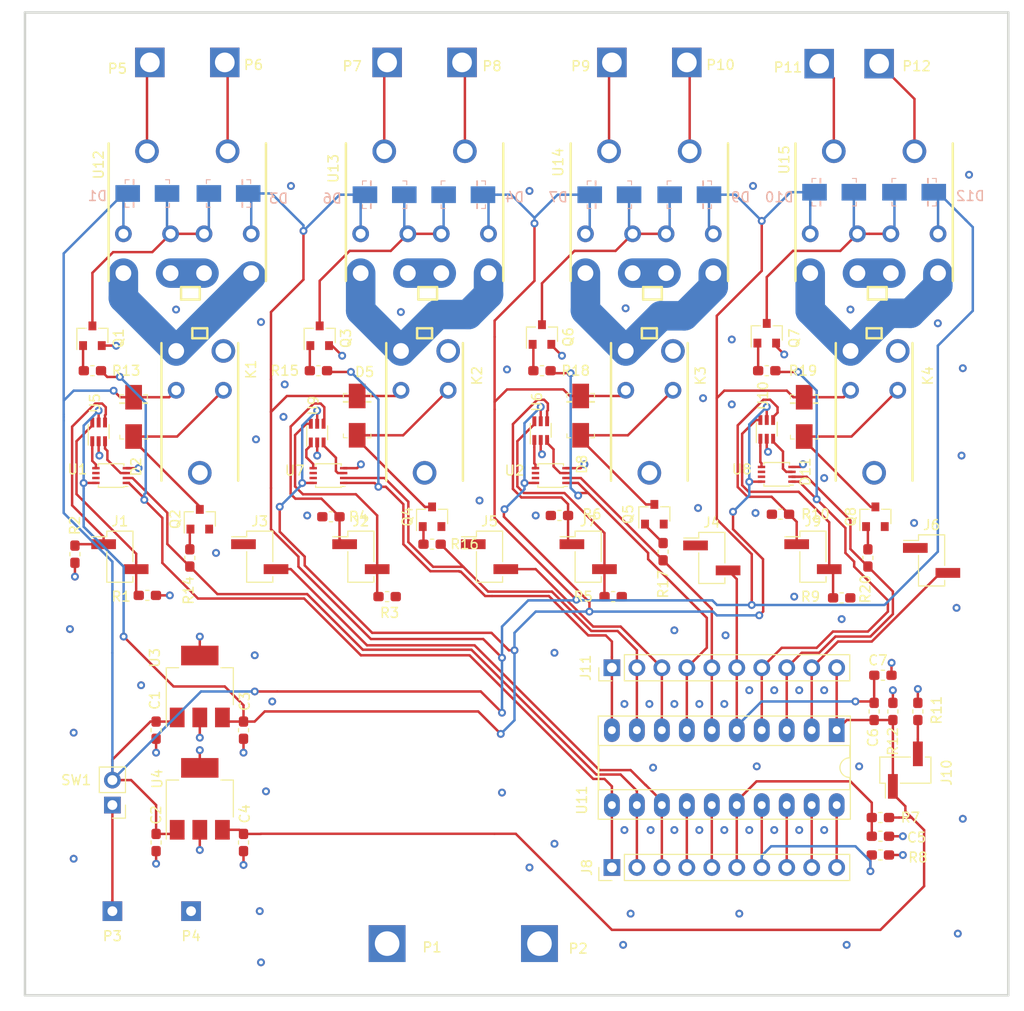
<source format=kicad_pcb>
(kicad_pcb (version 20171130) (host pcbnew 5.0.1-33cea8e~68~ubuntu18.04.1)
  (layers (0 F.Cu signal) (31 B.Cu signal) (34 B.Paste user) (35 F.Paste user) (36 B.SilkS user) (37 F.SilkS user) (38 B.Mask user hide) (39 F.Mask user hide) (44 Edge.Cuts user))
  (net 0 "")
  (net 1 12V_REF)
  (net 2 GND)
  (net 3 5V_REF)
  (net 4 3V3_REF)
  (net 5 "Net-(C5-Pad1)")
  (net 6 DIR_3)
  (net 7 RED_4)
  (net 8 GREEN_4)
  (net 9 BTN_1)
  (net 10 BTN_3)
  (net 11 BTN_2)
  (net 12 BTN_4)
  (net 13 "Net-(J8-Pad9)")
  (net 14 "Net-(J8-Pad8)")
  (net 15 "Net-(J8-Pad7)")
  (net 16 "Net-(J8-Pad5)")
  (net 17 "Net-(J10-Pad2)")
  (net 18 OUT_1)
  (net 19 DIR_1)
  (net 20 OUT_2)
  (net 21 DIR_2)
  (net 22 OUT_3)
  (net 23 OUT_4)
  (net 24 DIR_4)
  (net 25 "Net-(P3-Pad1)")
  (net 26 /Sheet5C130375/OUT_1+)
  (net 27 /Sheet5C130375/OUT_2+)
  (net 28 /Sheet5C130375/OUT_3+)
  (net 29 /Sheet5C130375/OUT_4+)
  (net 30 M1_1B)
  (net 31 "Net-(Q1-Pad1)")
  (net 32 SW1_CTL)
  (net 33 "Net-(Q2-Pad1)")
  (net 34 "Net-(Q3-Pad1)")
  (net 35 M2_1B)
  (net 36 "Net-(Q4-Pad1)")
  (net 37 SW2_CTL)
  (net 38 "Net-(Q5-Pad1)")
  (net 39 SW3_CTL)
  (net 40 M3_1B)
  (net 41 "Net-(Q6-Pad1)")
  (net 42 "Net-(Q7-Pad1)")
  (net 43 M4_1B)
  (net 44 SW4_CTL)
  (net 45 "Net-(Q8-Pad1)")
  (net 46 "Net-(U1-Pad3)")
  (net 47 "Net-(U1-Pad5)")
  (net 48 "Net-(U1-Pad6)")
  (net 49 "Net-(U1-Pad7)")
  (net 50 "Net-(U2-Pad3)")
  (net 51 "Net-(U2-Pad5)")
  (net 52 "Net-(U2-Pad6)")
  (net 53 "Net-(U2-Pad7)")
  (net 54 RED_1)
  (net 55 RED_3)
  (net 56 "Net-(U7-Pad7)")
  (net 57 "Net-(U7-Pad6)")
  (net 58 "Net-(U7-Pad5)")
  (net 59 "Net-(U7-Pad3)")
  (net 60 "Net-(U8-Pad7)")
  (net 61 "Net-(U8-Pad6)")
  (net 62 "Net-(U10-Pad1)")
  (net 63 "Net-(U10-Pad3)")
  (net 64 RED_2)
  (net 65 /Sheet5C130375/OUT_1-)
  (net 66 /Sheet5C130375/OUT_2-)
  (net 67 /Sheet5C130375/OUT_3-)
  (net 68 /Sheet5C130375/OUT_4-)
  (net 69 GREEN_1)
  (net 70 GREEN_3)
  (net 71 GREEN_2)
  (net 72 V+)
  (net 73 "Net-(K1-Pad4)")
  (net 74 "Net-(K1-Pad3)")
  (net 75 "Net-(K2-Pad3)")
  (net 76 "Net-(K2-Pad4)")
  (net 77 "Net-(K3-Pad4)")
  (net 78 "Net-(K3-Pad3)")
  (net 79 "Net-(K4-Pad3)")
  (net 80 "Net-(K4-Pad4)")
  (net 81 "Net-(J8-Pad4)")
  (net 82 "Net-(P2-Pad1)")
  (net 83 "Net-(U12-Pad4)")
  (net 84 "Net-(U13-Pad4)")
  (net 85 "Net-(U14-Pad4)")
  (net 86 "Net-(U15-Pad4)")
  (module Custom_Footprints:SC-70-6 (layer F.Cu) (at 97.663 93.472 90)
    (fp_text reference U5 (at 2.921 -0.381 90) (layer F.SilkS))
    (fp_text value NC7WZ14P6XCT-ND)
    (pad 6 smd rect (at 0.95 -0.65) (size 0.4 1) (layers F.Cu F.Paste F.Mask) (net 54 RED_1))
    (pad 5 smd rect (at 0.95 0) (size 0.4 1) (layers F.Cu F.Paste F.Mask) (net 3 5V_REF))
    (pad 4 smd rect (at 0.95 0.65) (size 0.4 1) (layers F.Cu F.Paste F.Mask) (net 69 GREEN_1))
    (pad 3 smd rect (at -0.95 0.65) (size 0.4 1) (layers F.Cu F.Paste F.Mask) (net 46 "Net-(U1-Pad3)"))
    (pad 2 smd rect (at -0.95 0) (size 0.4 1) (layers F.Cu F.Paste F.Mask) (net 2 GND))
    (pad 1 smd rect (at -0.95 -0.65) (size 0.4 1) (layers F.Cu F.Paste F.Mask) (net 47 "Net-(U1-Pad5)"))
  )
  (module Custom_Footprints:Pad (layer F.Cu) (at 177.038 56.007)
    (fp_text reference P12 (at 3.81 0.254) (layer F.SilkS))
    (fp_text value Pad)
    (pad 1 thru_hole trapezoid (at 0 0) (size 3 3) (drill 2) (layers *.Cu *.Mask) (net 68 /Sheet5C130375/OUT_4-))
  )
  (module Custom_Footprints:Pad (layer F.Cu) (at 170.942 56.007)
    (fp_text reference P11 (at -3.175 0.381) (layer F.SilkS))
    (fp_text value Pad)
    (pad 1 thru_hole trapezoid (at 0 0) (size 3 3) (drill 2) (layers *.Cu *.Mask) (net 29 /Sheet5C130375/OUT_4+))
  )
  (module Package_DIP:DIP-20_W7.62mm_Socket_LongPads (layer F.Cu) (at 172.72 123.825 270)
    (fp_text reference U11 (at 7.112 25.908 270) (layer F.SilkS))
    (fp_text value MSP430G2553_LP)
    (pad 1 thru_hole rect (at 0 0 270) (size 2.4 1.6) (drill 0.8) (layers *.Cu *.Mask) (net 4 3V3_REF))
    (pad 11 thru_hole oval (at 7.62 22.86 270) (size 2.4 1.6) (drill 0.8) (layers *.Cu *.Mask) (net 19 DIR_1))
    (pad 2 thru_hole oval (at 0 2.54 270) (size 2.4 1.6) (drill 0.8) (layers *.Cu *.Mask) (net 12 BTN_4))
    (pad 12 thru_hole oval (at 7.62 20.32 270) (size 2.4 1.6) (drill 0.8) (layers *.Cu *.Mask) (net 18 OUT_1))
    (pad 3 thru_hole oval (at 0 5.08 270) (size 2.4 1.6) (drill 0.8) (layers *.Cu *.Mask) (net 23 OUT_4))
    (pad 13 thru_hole oval (at 7.62 17.78 270) (size 2.4 1.6) (drill 0.8) (layers *.Cu *.Mask) (net 9 BTN_1))
    (pad 4 thru_hole oval (at 0 7.62 270) (size 2.4 1.6) (drill 0.8) (layers *.Cu *.Mask) (net 24 DIR_4))
    (pad 14 thru_hole oval (at 7.62 15.24 270) (size 2.4 1.6) (drill 0.8) (layers *.Cu *.Mask) (net 81 "Net-(J8-Pad4)"))
    (pad 5 thru_hole oval (at 0 10.16 270) (size 2.4 1.6) (drill 0.8) (layers *.Cu *.Mask) (net 10 BTN_3))
    (pad 15 thru_hole oval (at 7.62 12.7 270) (size 2.4 1.6) (drill 0.8) (layers *.Cu *.Mask) (net 16 "Net-(J8-Pad5)"))
    (pad 6 thru_hole oval (at 0 12.7 270) (size 2.4 1.6) (drill 0.8) (layers *.Cu *.Mask) (net 22 OUT_3))
    (pad 16 thru_hole oval (at 7.62 10.16 270) (size 2.4 1.6) (drill 0.8) (layers *.Cu *.Mask) (net 5 "Net-(C5-Pad1)"))
    (pad 7 thru_hole oval (at 0 15.24 270) (size 2.4 1.6) (drill 0.8) (layers *.Cu *.Mask) (net 6 DIR_3))
    (pad 17 thru_hole oval (at 7.62 7.62 270) (size 2.4 1.6) (drill 0.8) (layers *.Cu *.Mask) (net 15 "Net-(J8-Pad7)"))
    (pad 8 thru_hole oval (at 0 17.78 270) (size 2.4 1.6) (drill 0.8) (layers *.Cu *.Mask) (net 11 BTN_2))
    (pad 18 thru_hole oval (at 7.62 5.08 270) (size 2.4 1.6) (drill 0.8) (layers *.Cu *.Mask) (net 14 "Net-(J8-Pad8)"))
    (pad 9 thru_hole oval (at 0 20.32 270) (size 2.4 1.6) (drill 0.8) (layers *.Cu *.Mask) (net 20 OUT_2))
    (pad 19 thru_hole oval (at 7.62 2.54 270) (size 2.4 1.6) (drill 0.8) (layers *.Cu *.Mask) (net 13 "Net-(J8-Pad9)"))
    (pad 10 thru_hole oval (at 0 22.86 270) (size 2.4 1.6) (drill 0.8) (layers *.Cu *.Mask) (net 21 DIR_2))
    (pad 20 thru_hole oval (at 7.62 0 270) (size 2.4 1.6) (drill 0.8) (layers *.Cu *.Mask) (net 2 GND))
  )
  (module Custom_Footprints:Pad (layer F.Cu) (at 157.48 55.88)
    (fp_text reference P10 (at 3.429 0.254) (layer F.SilkS))
    (fp_text value Pad)
    (pad 1 thru_hole trapezoid (at 0 0) (size 3 3) (drill 2) (layers *.Cu *.Mask) (net 67 /Sheet5C130375/OUT_3-))
  )
  (module Custom_Footprints:Pad (layer F.Cu) (at 149.86 55.88)
    (fp_text reference P9 (at -3.175 0.381) (layer F.SilkS))
    (fp_text value Pad)
    (pad 1 thru_hole trapezoid (at 0 0) (size 3 3) (drill 2) (layers *.Cu *.Mask) (net 28 /Sheet5C130375/OUT_3+))
  )
  (module Custom_Footprints:Pad (layer F.Cu) (at 134.62 55.88)
    (fp_text reference P8 (at 3.048 0.381) (layer F.SilkS))
    (fp_text value Pad)
    (pad 1 thru_hole trapezoid (at 0 0) (size 3 3) (drill 2) (layers *.Cu *.Mask) (net 66 /Sheet5C130375/OUT_2-))
  )
  (module Custom_Footprints:Pad (layer F.Cu) (at 127 55.88)
    (fp_text reference P7 (at -3.556 0.381) (layer F.SilkS))
    (fp_text value Pad)
    (pad 1 thru_hole trapezoid (at 0 0) (size 3 3) (drill 2) (layers *.Cu *.Mask) (net 27 /Sheet5C130375/OUT_2+))
  )
  (module Custom_Footprints:Pad (layer F.Cu) (at 110.49 55.88)
    (fp_text reference P6 (at 2.921 0.254) (layer F.SilkS))
    (fp_text value Pad)
    (pad 1 thru_hole trapezoid (at 0 0) (size 3 3) (drill 2) (layers *.Cu *.Mask) (net 65 /Sheet5C130375/OUT_1-))
  )
  (module Custom_Footprints:Pad (layer F.Cu) (at 102.87 55.88)
    (fp_text reference P5 (at -3.302 0.635) (layer F.SilkS))
    (fp_text value Pad)
    (pad 1 thru_hole trapezoid (at 0 0) (size 3 3) (drill 2) (layers *.Cu *.Mask) (net 26 /Sheet5C130375/OUT_1+))
  )
  (module Custom_Footprints:Pad (layer F.Cu) (at 107.061 142.24)
    (fp_text reference P4 (at 0 2.54) (layer F.SilkS))
    (fp_text value Pad)
    (pad 1 thru_hole trapezoid (at 0 0) (size 2 2) (drill 1) (layers *.Cu *.Mask) (net 2 GND))
  )
  (module Custom_Footprints:Pad (layer F.Cu) (at 99.06 142.24)
    (fp_text reference P3 (at 0 2.54) (layer F.SilkS))
    (fp_text value Pad)
    (pad 1 thru_hole trapezoid (at 0 0) (size 2 2) (drill 1) (layers *.Cu *.Mask) (net 25 "Net-(P3-Pad1)"))
  )
  (module Custom_Footprints:Pad (layer F.Cu) (at 142.494 145.542)
    (fp_text reference P2 (at 3.937 0.508) (layer F.SilkS))
    (fp_text value Pad)
    (pad 1 thru_hole trapezoid (at 0 0) (size 3.75 3.75) (drill 2.5) (layers *.Cu *.Mask) (net 82 "Net-(P2-Pad1)"))
  )
  (module Custom_Footprints:Pad (layer F.Cu) (at 127 145.542)
    (fp_text reference P1 (at 4.572 0.381) (layer F.SilkS))
    (fp_text value Pad)
    (pad 1 thru_hole trapezoid (at 0 0) (size 3.75 3.75) (drill 2.5) (layers *.Cu *.Mask) (net 72 V+))
  )
  (module Custom_Footprints:G8N-1L-DC12 (layer F.Cu) (at 176.53 91.44 270)
    (fp_text reference K4 (at -3.683 -5.461 270) (layer F.SilkS))
    (fp_text value G8N-1L-DC12)
    (pad 5 thru_hole circle (at -2.2 -2.4 270) (size 1.7 1.7) (drill 1) (layers *.Cu *.Mask) (net 44 SW4_CTL))
    (pad 4 thru_hole circle (at -6.2 -2.4 270) (size 2.4 2.4) (drill 1.6) (layers *.Cu *.Mask) (net 80 "Net-(K4-Pad4)"))
    (pad 3 thru_hole circle (at -6.2 2.4 270) (size 2.4 2.4) (drill 1.6) (layers *.Cu *.Mask) (net 79 "Net-(K4-Pad3)"))
    (pad 2 thru_hole circle (at -2.2 2.4 270) (size 1.7 1.7) (drill 1) (layers *.Cu *.Mask) (net 1 12V_REF))
    (pad 1 thru_hole circle (at 6.2 0 270) (size 2.4 2.4) (drill 1.6) (layers *.Cu *.Mask) (net 72 V+))
  )
  (module Custom_Footprints:G8N-1L-DC12 (layer F.Cu) (at 153.67 91.44 270)
    (fp_text reference K3 (at -3.683 -5.207 270) (layer F.SilkS))
    (fp_text value G8N-1L-DC12)
    (pad 5 thru_hole circle (at -2.2 -2.4 270) (size 1.7 1.7) (drill 1) (layers *.Cu *.Mask) (net 39 SW3_CTL))
    (pad 4 thru_hole circle (at -6.2 -2.4 270) (size 2.4 2.4) (drill 1.6) (layers *.Cu *.Mask) (net 77 "Net-(K3-Pad4)"))
    (pad 3 thru_hole circle (at -6.2 2.4 270) (size 2.4 2.4) (drill 1.6) (layers *.Cu *.Mask) (net 78 "Net-(K3-Pad3)"))
    (pad 2 thru_hole circle (at -2.2 2.4 270) (size 1.7 1.7) (drill 1) (layers *.Cu *.Mask) (net 1 12V_REF))
    (pad 1 thru_hole circle (at 6.2 0 270) (size 2.4 2.4) (drill 1.6) (layers *.Cu *.Mask) (net 72 V+))
  )
  (module Custom_Footprints:G8N-1L-DC12 (layer F.Cu) (at 130.81 91.44 270)
    (fp_text reference K2 (at -3.683 -5.334 270) (layer F.SilkS))
    (fp_text value G8N-1L-DC12)
    (pad 5 thru_hole circle (at -2.2 -2.4 270) (size 1.7 1.7) (drill 1) (layers *.Cu *.Mask) (net 37 SW2_CTL))
    (pad 4 thru_hole circle (at -6.2 -2.4 270) (size 2.4 2.4) (drill 1.6) (layers *.Cu *.Mask) (net 76 "Net-(K2-Pad4)"))
    (pad 3 thru_hole circle (at -6.2 2.4 270) (size 2.4 2.4) (drill 1.6) (layers *.Cu *.Mask) (net 75 "Net-(K2-Pad3)"))
    (pad 2 thru_hole circle (at -2.2 2.4 270) (size 1.7 1.7) (drill 1) (layers *.Cu *.Mask) (net 1 12V_REF))
    (pad 1 thru_hole circle (at 6.2 0 270) (size 2.4 2.4) (drill 1.6) (layers *.Cu *.Mask) (net 72 V+))
  )
  (module Custom_Footprints:G8N-1L-DC12 (layer F.Cu) (at 107.95 91.44 270)
    (fp_text reference K1 (at -4.318 -5.207 270) (layer F.SilkS))
    (fp_text value G8N-1L-DC12)
    (pad 5 thru_hole circle (at -2.2 -2.4 270) (size 1.7 1.7) (drill 1) (layers *.Cu *.Mask) (net 32 SW1_CTL))
    (pad 4 thru_hole circle (at -6.2 -2.4 270) (size 2.4 2.4) (drill 1.6) (layers *.Cu *.Mask) (net 73 "Net-(K1-Pad4)"))
    (pad 3 thru_hole circle (at -6.2 2.4 270) (size 2.4 2.4) (drill 1.6) (layers *.Cu *.Mask) (net 74 "Net-(K1-Pad3)"))
    (pad 2 thru_hole circle (at -2.2 2.4 270) (size 1.7 1.7) (drill 1) (layers *.Cu *.Mask) (net 1 12V_REF))
    (pad 1 thru_hole circle (at 6.2 0 270) (size 2.4 2.4) (drill 1.6) (layers *.Cu *.Mask) (net 72 V+))
  )
  (module Custom_Footprints:G8NW-2H-DC12 (layer F.Cu) (at 176.53 71.12 90)
    (fp_text reference U15 (at 5.334 -9.144 90) (layer F.SilkS))
    (fp_text value G8NW-2H-DC12)
    (pad 10 thru_hole circle (at -2.2 -6.5 90) (size 1.7 1.7) (drill 1) (layers *.Cu *.Mask) (net 1 12V_REF))
    (pad 9 thru_hole circle (at -6.2 -6.5 90) (size 2.4 2.4) (drill 1.6) (layers *.Cu *.Mask) (net 79 "Net-(K4-Pad3)"))
    (pad 8 thru_hole circle (at -6.2 -1.7 90) (size 2.4 2.4) (drill 1.6) (layers *.Cu *.Mask) (net 86 "Net-(U15-Pad4)"))
    (pad 7 thru_hole circle (at -2.2 -1.7 90) (size 1.7 1.7) (drill 1) (layers *.Cu *.Mask) (net 43 M4_1B))
    (pad 6 thru_hole circle (at 6.2 -4.1 90) (size 2.4 2.4) (drill 1.6) (layers *.Cu *.Mask) (net 29 /Sheet5C130375/OUT_4+))
    (pad 5 thru_hole circle (at -2.2 1.7 90) (size 1.7 1.7) (drill 1) (layers *.Cu *.Mask) (net 43 M4_1B))
    (pad 4 thru_hole circle (at -6.2 1.7 90) (size 2.4 2.4) (drill 1.6) (layers *.Cu *.Mask) (net 86 "Net-(U15-Pad4)"))
    (pad 3 thru_hole circle (at -6.2 6.5 90) (size 2.4 2.4) (drill 1.6) (layers *.Cu *.Mask) (net 79 "Net-(K4-Pad3)"))
    (pad 2 thru_hole circle (at -2.2 6.5 90) (size 1.7 1.7) (drill 1) (layers *.Cu *.Mask) (net 1 12V_REF))
    (pad 1 thru_hole circle (at 6.2 4.1 90) (size 2.4 2.4) (drill oval 1.6) (layers *.Cu *.Mask) (net 68 /Sheet5C130375/OUT_4-))
  )
  (module Custom_Footprints:G8NW-2H-DC12 (layer F.Cu) (at 153.67 71.12 90)
    (fp_text reference U14 (at 5.08 -9.271 90) (layer F.SilkS))
    (fp_text value G8NW-2H-DC12)
    (pad 10 thru_hole circle (at -2.2 -6.5 90) (size 1.7 1.7) (drill 1) (layers *.Cu *.Mask) (net 1 12V_REF))
    (pad 9 thru_hole circle (at -6.2 -6.5 90) (size 2.4 2.4) (drill 1.6) (layers *.Cu *.Mask) (net 78 "Net-(K3-Pad3)"))
    (pad 8 thru_hole circle (at -6.2 -1.7 90) (size 2.4 2.4) (drill 1.6) (layers *.Cu *.Mask) (net 85 "Net-(U14-Pad4)"))
    (pad 7 thru_hole circle (at -2.2 -1.7 90) (size 1.7 1.7) (drill 1) (layers *.Cu *.Mask) (net 40 M3_1B))
    (pad 6 thru_hole circle (at 6.2 -4.1 90) (size 2.4 2.4) (drill 1.6) (layers *.Cu *.Mask) (net 28 /Sheet5C130375/OUT_3+))
    (pad 5 thru_hole circle (at -2.2 1.7 90) (size 1.7 1.7) (drill 1) (layers *.Cu *.Mask) (net 40 M3_1B))
    (pad 4 thru_hole circle (at -6.2 1.7 90) (size 2.4 2.4) (drill 1.6) (layers *.Cu *.Mask) (net 85 "Net-(U14-Pad4)"))
    (pad 3 thru_hole circle (at -6.2 6.5 90) (size 2.4 2.4) (drill 1.6) (layers *.Cu *.Mask) (net 78 "Net-(K3-Pad3)"))
    (pad 2 thru_hole circle (at -2.2 6.5 90) (size 1.7 1.7) (drill 1) (layers *.Cu *.Mask) (net 1 12V_REF))
    (pad 1 thru_hole circle (at 6.2 4.1 90) (size 2.4 2.4) (drill oval 1.6) (layers *.Cu *.Mask) (net 67 /Sheet5C130375/OUT_3-))
  )
  (module Custom_Footprints:G8NW-2H-DC12 (layer F.Cu) (at 130.81 71.12 90)
    (fp_text reference U13 (at 4.445 -9.271 90) (layer F.SilkS))
    (fp_text value G8NW-2H-DC12)
    (pad 10 thru_hole circle (at -2.2 -6.5 90) (size 1.7 1.7) (drill 1) (layers *.Cu *.Mask) (net 1 12V_REF))
    (pad 9 thru_hole circle (at -6.2 -6.5 90) (size 2.4 2.4) (drill 1.6) (layers *.Cu *.Mask) (net 75 "Net-(K2-Pad3)"))
    (pad 8 thru_hole circle (at -6.2 -1.7 90) (size 2.4 2.4) (drill 1.6) (layers *.Cu *.Mask) (net 84 "Net-(U13-Pad4)"))
    (pad 7 thru_hole circle (at -2.2 -1.7 90) (size 1.7 1.7) (drill 1) (layers *.Cu *.Mask) (net 35 M2_1B))
    (pad 6 thru_hole circle (at 6.2 -4.1 90) (size 2.4 2.4) (drill 1.6) (layers *.Cu *.Mask) (net 27 /Sheet5C130375/OUT_2+))
    (pad 5 thru_hole circle (at -2.2 1.7 90) (size 1.7 1.7) (drill 1) (layers *.Cu *.Mask) (net 35 M2_1B))
    (pad 4 thru_hole circle (at -6.2 1.7 90) (size 2.4 2.4) (drill 1.6) (layers *.Cu *.Mask) (net 84 "Net-(U13-Pad4)"))
    (pad 3 thru_hole circle (at -6.2 6.5 90) (size 2.4 2.4) (drill 1.6) (layers *.Cu *.Mask) (net 75 "Net-(K2-Pad3)"))
    (pad 2 thru_hole circle (at -2.2 6.5 90) (size 1.7 1.7) (drill 1) (layers *.Cu *.Mask) (net 1 12V_REF))
    (pad 1 thru_hole circle (at 6.2 4.1 90) (size 2.4 2.4) (drill oval 1.6) (layers *.Cu *.Mask) (net 66 /Sheet5C130375/OUT_2-))
  )
  (module Custom_Footprints:G8NW-2H-DC12 (layer F.Cu) (at 106.68 71.12 90)
    (fp_text reference U12 (at 4.826 -9.017 90) (layer F.SilkS))
    (fp_text value G8NW-2H-DC12)
    (pad 10 thru_hole circle (at -2.2 -6.5 90) (size 1.7 1.7) (drill 1) (layers *.Cu *.Mask) (net 1 12V_REF))
    (pad 9 thru_hole circle (at -6.2 -6.5 90) (size 2.4 2.4) (drill 1.6) (layers *.Cu *.Mask) (net 74 "Net-(K1-Pad3)"))
    (pad 8 thru_hole circle (at -6.2 -1.7 90) (size 2.4 2.4) (drill 1.6) (layers *.Cu *.Mask) (net 83 "Net-(U12-Pad4)"))
    (pad 7 thru_hole circle (at -2.2 -1.7 90) (size 1.7 1.7) (drill 1) (layers *.Cu *.Mask) (net 30 M1_1B))
    (pad 6 thru_hole circle (at 6.2 -4.1 90) (size 2.4 2.4) (drill 1.6) (layers *.Cu *.Mask) (net 26 /Sheet5C130375/OUT_1+))
    (pad 5 thru_hole circle (at -2.2 1.7 90) (size 1.7 1.7) (drill 1) (layers *.Cu *.Mask) (net 30 M1_1B))
    (pad 4 thru_hole circle (at -6.2 1.7 90) (size 2.4 2.4) (drill 1.6) (layers *.Cu *.Mask) (net 83 "Net-(U12-Pad4)"))
    (pad 3 thru_hole circle (at -6.2 6.5 90) (size 2.4 2.4) (drill 1.6) (layers *.Cu *.Mask) (net 74 "Net-(K1-Pad3)"))
    (pad 2 thru_hole circle (at -2.2 6.5 90) (size 1.7 1.7) (drill 1) (layers *.Cu *.Mask) (net 1 12V_REF))
    (pad 1 thru_hole circle (at 6.2 4.1 90) (size 2.4 2.4) (drill oval 1.6) (layers *.Cu *.Mask) (net 65 /Sheet5C130375/OUT_1-))
  )
  (module digikey-footprints:DO-214AC (layer F.Cu) (at 169.418 91.948 270)
    (fp_text reference D11 (at 5.588 -0.127 270) (layer F.SilkS))
    (fp_text value D)
    (pad 1 smd rect (at -2 0 270) (size 2.5 1.7) (layers F.Cu F.Paste F.Mask) (net 1 12V_REF))
    (pad 2 smd rect (at 2 0 270) (size 2.5 1.7) (layers F.Cu F.Paste F.Mask) (net 44 SW4_CTL))
  )
  (module digikey-footprints:DO-214AC (layer F.Cu) (at 146.685 91.821 270)
    (fp_text reference D8 (at 4.953 -0.127 270) (layer F.SilkS))
    (fp_text value D)
    (pad 1 smd rect (at -2 0 270) (size 2.5 1.7) (layers F.Cu F.Paste F.Mask) (net 1 12V_REF))
    (pad 2 smd rect (at 2 0 270) (size 2.5 1.7) (layers F.Cu F.Paste F.Mask) (net 39 SW3_CTL))
  )
  (module digikey-footprints:DO-214AC (layer F.Cu) (at 123.952 91.821 270)
    (fp_text reference D5 (at -4.445 -0.762) (layer F.SilkS))
    (fp_text value D)
    (pad 1 smd rect (at -2 0 270) (size 2.5 1.7) (layers F.Cu F.Paste F.Mask) (net 1 12V_REF))
    (pad 2 smd rect (at 2 0 270) (size 2.5 1.7) (layers F.Cu F.Paste F.Mask) (net 37 SW2_CTL))
  )
  (module digikey-footprints:DO-214AC (layer F.Cu) (at 101.219 91.948 270)
    (fp_text reference D2 (at 5.08 -0.254 270) (layer F.SilkS))
    (fp_text value D)
    (pad 1 smd rect (at -2 0 270) (size 2.5 1.7) (layers F.Cu F.Paste F.Mask) (net 1 12V_REF))
    (pad 2 smd rect (at 2 0 270) (size 2.5 1.7) (layers F.Cu F.Paste F.Mask) (net 32 SW1_CTL))
  )
  (module digikey-footprints:DO-214AC (layer B.Cu) (at 180.594 69.088 180)
    (fp_text reference D12 (at -5.715 -0.381 180) (layer B.SilkS) (effects (justify mirror)))
    (fp_text value D)
    (pad 1 smd rect (at -2 0 180) (size 2.5 1.7) (layers B.Cu B.Paste B.Mask) (net 1 12V_REF))
    (pad 2 smd rect (at 2 0 180) (size 2.5 1.7) (layers B.Cu B.Paste B.Mask) (net 43 M4_1B))
  )
  (module digikey-footprints:DO-214AC (layer B.Cu) (at 157.734 69.342 180)
    (fp_text reference D9 (at -5.207 -0.254 180) (layer B.SilkS) (effects (justify mirror)))
    (fp_text value D)
    (pad 1 smd rect (at -2 0 180) (size 2.5 1.7) (layers B.Cu B.Paste B.Mask) (net 1 12V_REF))
    (pad 2 smd rect (at 2 0 180) (size 2.5 1.7) (layers B.Cu B.Paste B.Mask) (net 40 M3_1B))
  )
  (module digikey-footprints:DO-214AC (layer B.Cu) (at 172.466 69.088)
    (fp_text reference D10 (at -5.588 0.508) (layer B.SilkS) (effects (justify mirror)))
    (fp_text value D)
    (pad 1 smd rect (at -2 0) (size 2.5 1.7) (layers B.Cu B.Paste B.Mask) (net 1 12V_REF))
    (pad 2 smd rect (at 2 0) (size 2.5 1.7) (layers B.Cu B.Paste B.Mask) (net 43 M4_1B))
  )
  (module digikey-footprints:DO-214AC (layer B.Cu) (at 134.747 69.342 180)
    (fp_text reference D4 (at -5.207 -0.254 180) (layer B.SilkS) (effects (justify mirror)))
    (fp_text value D)
    (pad 1 smd rect (at -2 0 180) (size 2.5 1.7) (layers B.Cu B.Paste B.Mask) (net 1 12V_REF))
    (pad 2 smd rect (at 2 0 180) (size 2.5 1.7) (layers B.Cu B.Paste B.Mask) (net 35 M2_1B))
  )
  (module digikey-footprints:DO-214AC (layer B.Cu) (at 149.606 69.342)
    (fp_text reference D7 (at -5.207 0.254) (layer B.SilkS) (effects (justify mirror)))
    (fp_text value D)
    (pad 1 smd rect (at -2 0) (size 2.5 1.7) (layers B.Cu B.Paste B.Mask) (net 1 12V_REF))
    (pad 2 smd rect (at 2 0) (size 2.5 1.7) (layers B.Cu B.Paste B.Mask) (net 40 M3_1B))
  )
  (module digikey-footprints:DO-214AC (layer B.Cu) (at 110.871 69.215 180)
    (fp_text reference D3 (at -5.08 -0.508 180) (layer B.SilkS) (effects (justify mirror)))
    (fp_text value D)
    (pad 1 smd rect (at -2 0 180) (size 2.5 1.7) (layers B.Cu B.Paste B.Mask) (net 1 12V_REF))
    (pad 2 smd rect (at 2 0 180) (size 2.5 1.7) (layers B.Cu B.Paste B.Mask) (net 30 M1_1B))
  )
  (module digikey-footprints:DO-214AC (layer B.Cu) (at 126.746 69.342)
    (fp_text reference D6 (at -5.334 0.381) (layer B.SilkS) (effects (justify mirror)))
    (fp_text value D)
    (pad 1 smd rect (at -2 0) (size 2.5 1.7) (layers B.Cu B.Paste B.Mask) (net 1 12V_REF))
    (pad 2 smd rect (at 2 0) (size 2.5 1.7) (layers B.Cu B.Paste B.Mask) (net 35 M2_1B))
  )
  (module digikey-footprints:DO-214AC (layer B.Cu) (at 102.616 69.215)
    (fp_text reference D1 (at -5.08 0.254) (layer B.SilkS) (effects (justify mirror)))
    (fp_text value D)
    (pad 1 smd rect (at -2 0) (size 2.5 1.7) (layers B.Cu B.Paste B.Mask) (net 1 12V_REF))
    (pad 2 smd rect (at 2 0) (size 2.5 1.7) (layers B.Cu B.Paste B.Mask) (net 30 M1_1B))
  )
  (module Custom_Footprints:SC-70-6 (layer F.Cu) (at 165.608 93.218 90)
    (fp_text reference U10 (at 3.429 -0.381 90) (layer F.SilkS))
    (fp_text value NC7WZ14P6XCT-ND)
    (pad 6 smd rect (at 0.95 -0.65) (size 0.4 1) (layers F.Cu F.Paste F.Mask) (net 7 RED_4))
    (pad 5 smd rect (at 0.95 0) (size 0.4 1) (layers F.Cu F.Paste F.Mask) (net 3 5V_REF))
    (pad 4 smd rect (at 0.95 0.65) (size 0.4 1) (layers F.Cu F.Paste F.Mask) (net 8 GREEN_4))
    (pad 3 smd rect (at -0.95 0.65) (size 0.4 1) (layers F.Cu F.Paste F.Mask) (net 63 "Net-(U10-Pad3)"))
    (pad 2 smd rect (at -0.95 0) (size 0.4 1) (layers F.Cu F.Paste F.Mask) (net 2 GND))
    (pad 1 smd rect (at -0.95 -0.65) (size 0.4 1) (layers F.Cu F.Paste F.Mask) (net 62 "Net-(U10-Pad1)"))
  )
  (module Custom_Footprints:SC-70-6 (layer F.Cu) (at 142.621 93.345 90)
    (fp_text reference U6 (at 2.921 -0.381 90) (layer F.SilkS))
    (fp_text value NC7WZ14P6XCT-ND)
    (pad 6 smd rect (at 0.95 -0.65) (size 0.4 1) (layers F.Cu F.Paste F.Mask) (net 55 RED_3))
    (pad 5 smd rect (at 0.95 0) (size 0.4 1) (layers F.Cu F.Paste F.Mask) (net 3 5V_REF))
    (pad 4 smd rect (at 0.95 0.65) (size 0.4 1) (layers F.Cu F.Paste F.Mask) (net 70 GREEN_3))
    (pad 3 smd rect (at -0.95 0.65) (size 0.4 1) (layers F.Cu F.Paste F.Mask) (net 50 "Net-(U2-Pad3)"))
    (pad 2 smd rect (at -0.95 0) (size 0.4 1) (layers F.Cu F.Paste F.Mask) (net 2 GND))
    (pad 1 smd rect (at -0.95 -0.65) (size 0.4 1) (layers F.Cu F.Paste F.Mask) (net 51 "Net-(U2-Pad5)"))
  )
  (module Custom_Footprints:SC-70-6 (layer F.Cu) (at 119.888 93.599 90)
    (fp_text reference U9 (at 2.794 -0.381 90) (layer F.SilkS))
    (fp_text value NC7WZ14P6XCT-ND)
    (pad 6 smd rect (at 0.95 -0.65) (size 0.4 1) (layers F.Cu F.Paste F.Mask) (net 64 RED_2))
    (pad 5 smd rect (at 0.95 0) (size 0.4 1) (layers F.Cu F.Paste F.Mask) (net 3 5V_REF))
    (pad 4 smd rect (at 0.95 0.65) (size 0.4 1) (layers F.Cu F.Paste F.Mask) (net 71 GREEN_2))
    (pad 3 smd rect (at -0.95 0.65) (size 0.4 1) (layers F.Cu F.Paste F.Mask) (net 59 "Net-(U7-Pad3)"))
    (pad 2 smd rect (at -0.95 0) (size 0.4 1) (layers F.Cu F.Paste F.Mask) (net 2 GND))
    (pad 1 smd rect (at -0.95 -0.65) (size 0.4 1) (layers F.Cu F.Paste F.Mask) (net 58 "Net-(U7-Pad5)"))
  )
  (module Capacitor_SMD:C_0603_1608Metric_Pad1.05x0.95mm_HandSolder (layer F.Cu) (at 103.505 123.825 270)
    (fp_text reference C1 (at -3.048 0.127 270) (layer F.SilkS))
    (fp_text value 0.33uF)
    (pad 1 smd roundrect (at -0.875 0 270) (size 1.05 0.95) (layers F.Cu F.Paste F.Mask) (net 1 12V_REF))
    (pad 2 smd roundrect (at 0.875 0 270) (size 1.05 0.95) (layers F.Cu F.Paste F.Mask) (net 2 GND))
  )
  (module Capacitor_SMD:C_0603_1608Metric_Pad1.05x0.95mm_HandSolder (layer F.Cu) (at 103.505 135.255 270)
    (fp_text reference C2 (at -2.794 0 270) (layer F.SilkS))
    (fp_text value 0.33uF)
    (pad 2 smd roundrect (at 0.875 0 270) (size 1.05 0.95) (layers F.Cu F.Paste F.Mask) (net 2 GND))
    (pad 1 smd roundrect (at -0.875 0 270) (size 1.05 0.95) (layers F.Cu F.Paste F.Mask) (net 1 12V_REF))
  )
  (module Capacitor_SMD:C_0603_1608Metric_Pad1.05x0.95mm_HandSolder (layer F.Cu) (at 112.395 123.825 270)
    (fp_text reference C3 (at -2.921 -0.127 270) (layer F.SilkS))
    (fp_text value 0.1uF)
    (pad 2 smd roundrect (at 0.875 0 270) (size 1.05 0.95) (layers F.Cu F.Paste F.Mask) (net 2 GND))
    (pad 1 smd roundrect (at -0.875 0 270) (size 1.05 0.95) (layers F.Cu F.Paste F.Mask) (net 3 5V_REF))
  )
  (module Capacitor_SMD:C_0603_1608Metric_Pad1.05x0.95mm_HandSolder (layer F.Cu) (at 112.395 135.255 270)
    (fp_text reference C4 (at -2.921 -0.127 270) (layer F.SilkS))
    (fp_text value 0.1uF)
    (pad 1 smd roundrect (at -0.875 0 270) (size 1.05 0.95) (layers F.Cu F.Paste F.Mask) (net 4 3V3_REF))
    (pad 2 smd roundrect (at 0.875 0 270) (size 1.05 0.95) (layers F.Cu F.Paste F.Mask) (net 2 GND))
  )
  (module Capacitor_SMD:C_0603_1608Metric_Pad1.05x0.95mm_HandSolder (layer F.Cu) (at 177.165 134.62)
    (fp_text reference C5 (at 3.683 0.127) (layer F.SilkS))
    (fp_text value 1nF)
    (pad 1 smd roundrect (at -0.875 0) (size 1.05 0.95) (layers F.Cu F.Paste F.Mask) (net 5 "Net-(C5-Pad1)"))
    (pad 2 smd roundrect (at 0.875 0) (size 1.05 0.95) (layers F.Cu F.Paste F.Mask) (net 2 GND))
  )
  (module Capacitor_SMD:C_0603_1608Metric_Pad1.05x0.95mm_HandSolder (layer F.Cu) (at 178.435 121.92 90)
    (fp_text reference C6 (at -2.667 -2.032 90) (layer F.SilkS))
    (fp_text value 0.1uF)
    (pad 1 smd roundrect (at -0.875 0 90) (size 1.05 0.95) (layers F.Cu F.Paste F.Mask) (net 4 3V3_REF))
    (pad 2 smd roundrect (at 0.875 0 90) (size 1.05 0.95) (layers F.Cu F.Paste F.Mask) (net 2 GND))
  )
  (module Capacitor_SMD:C_0603_1608Metric_Pad1.05x0.95mm_HandSolder (layer F.Cu) (at 177.419 118.237)
    (fp_text reference C7 (at -0.508 -1.524) (layer F.SilkS))
    (fp_text value 0.1uF)
    (pad 2 smd roundrect (at 0.875 0) (size 1.05 0.95) (layers F.Cu F.Paste F.Mask) (net 2 GND))
    (pad 1 smd roundrect (at -0.875 0) (size 1.05 0.95) (layers F.Cu F.Paste F.Mask) (net 10 BTN_3))
  )
  (module Connector_PinHeader_2.54mm:PinHeader_1x10_P2.54mm_Vertical (layer F.Cu) (at 149.86 137.795 90)
    (fp_text reference J8 (at 0 -2.54 90) (layer F.SilkS))
    (fp_text value Conn_01x10_Male)
    (pad 10 thru_hole oval (at 0 22.86 90) (size 1.7 1.7) (drill 1) (layers *.Cu *.Mask) (net 2 GND))
    (pad 9 thru_hole oval (at 0 20.32 90) (size 1.7 1.7) (drill 1) (layers *.Cu *.Mask) (net 13 "Net-(J8-Pad9)"))
    (pad 8 thru_hole oval (at 0 17.78 90) (size 1.7 1.7) (drill 1) (layers *.Cu *.Mask) (net 14 "Net-(J8-Pad8)"))
    (pad 7 thru_hole oval (at 0 15.24 90) (size 1.7 1.7) (drill 1) (layers *.Cu *.Mask) (net 15 "Net-(J8-Pad7)"))
    (pad 6 thru_hole oval (at 0 12.7 90) (size 1.7 1.7) (drill 1) (layers *.Cu *.Mask) (net 5 "Net-(C5-Pad1)"))
    (pad 5 thru_hole oval (at 0 10.16 90) (size 1.7 1.7) (drill 1) (layers *.Cu *.Mask) (net 16 "Net-(J8-Pad5)"))
    (pad 4 thru_hole oval (at 0 7.62 90) (size 1.7 1.7) (drill 1) (layers *.Cu *.Mask) (net 81 "Net-(J8-Pad4)"))
    (pad 3 thru_hole oval (at 0 5.08 90) (size 1.7 1.7) (drill 1) (layers *.Cu *.Mask) (net 9 BTN_1))
    (pad 2 thru_hole oval (at 0 2.54 90) (size 1.7 1.7) (drill 1) (layers *.Cu *.Mask) (net 18 OUT_1))
    (pad 1 thru_hole rect (at 0 0 90) (size 1.7 1.7) (drill 1) (layers *.Cu *.Mask) (net 19 DIR_1))
  )
  (module Connector_PinHeader_2.54mm:PinHeader_1x10_P2.54mm_Vertical (layer F.Cu) (at 149.86 117.475 90)
    (fp_text reference J11 (at 0 -2.667 90) (layer F.SilkS))
    (fp_text value Conn_01x10_Male)
    (pad 1 thru_hole rect (at 0 0 90) (size 1.7 1.7) (drill 1) (layers *.Cu *.Mask) (net 21 DIR_2))
    (pad 2 thru_hole oval (at 0 2.54 90) (size 1.7 1.7) (drill 1) (layers *.Cu *.Mask) (net 20 OUT_2))
    (pad 3 thru_hole oval (at 0 5.08 90) (size 1.7 1.7) (drill 1) (layers *.Cu *.Mask) (net 11 BTN_2))
    (pad 4 thru_hole oval (at 0 7.62 90) (size 1.7 1.7) (drill 1) (layers *.Cu *.Mask) (net 6 DIR_3))
    (pad 5 thru_hole oval (at 0 10.16 90) (size 1.7 1.7) (drill 1) (layers *.Cu *.Mask) (net 22 OUT_3))
    (pad 6 thru_hole oval (at 0 12.7 90) (size 1.7 1.7) (drill 1) (layers *.Cu *.Mask) (net 10 BTN_3))
    (pad 7 thru_hole oval (at 0 15.24 90) (size 1.7 1.7) (drill 1) (layers *.Cu *.Mask) (net 24 DIR_4))
    (pad 8 thru_hole oval (at 0 17.78 90) (size 1.7 1.7) (drill 1) (layers *.Cu *.Mask) (net 23 OUT_4))
    (pad 9 thru_hole oval (at 0 20.32 90) (size 1.7 1.7) (drill 1) (layers *.Cu *.Mask) (net 12 BTN_4))
    (pad 10 thru_hole oval (at 0 22.86 90) (size 1.7 1.7) (drill 1) (layers *.Cu *.Mask) (net 4 3V3_REF))
  )
  (module Package_TO_SOT_SMD:SOT-23 (layer F.Cu) (at 97.028 83.693 90)
    (fp_text reference Q1 (at -0.254 2.667 90) (layer F.SilkS))
    (fp_text value Q_NMOS_GDS)
    (pad 3 smd rect (at 1 0 90) (size 0.9 0.8) (layers F.Cu F.Paste F.Mask) (net 30 M1_1B))
    (pad 2 smd rect (at -1 0.95 90) (size 0.9 0.8) (layers F.Cu F.Paste F.Mask) (net 2 GND))
    (pad 1 smd rect (at -1 -0.95 90) (size 0.9 0.8) (layers F.Cu F.Paste F.Mask) (net 31 "Net-(Q1-Pad1)"))
  )
  (module Package_TO_SOT_SMD:SOT-23 (layer F.Cu) (at 107.95 102.362 90)
    (fp_text reference Q2 (at 0 -2.5 90) (layer F.SilkS))
    (fp_text value Q_NMOS_GDS)
    (pad 3 smd rect (at 1 0 90) (size 0.9 0.8) (layers F.Cu F.Paste F.Mask) (net 32 SW1_CTL))
    (pad 2 smd rect (at -1 0.95 90) (size 0.9 0.8) (layers F.Cu F.Paste F.Mask) (net 2 GND))
    (pad 1 smd rect (at -1 -0.95 90) (size 0.9 0.8) (layers F.Cu F.Paste F.Mask) (net 33 "Net-(Q2-Pad1)"))
  )
  (module Package_TO_SOT_SMD:SOT-23 (layer F.Cu) (at 120.142 83.693 90)
    (fp_text reference Q3 (at -0.254 2.667 90) (layer F.SilkS))
    (fp_text value Q_NMOS_GDS)
    (pad 1 smd rect (at -1 -0.95 90) (size 0.9 0.8) (layers F.Cu F.Paste F.Mask) (net 34 "Net-(Q3-Pad1)"))
    (pad 2 smd rect (at -1 0.95 90) (size 0.9 0.8) (layers F.Cu F.Paste F.Mask) (net 2 GND))
    (pad 3 smd rect (at 1 0 90) (size 0.9 0.8) (layers F.Cu F.Paste F.Mask) (net 35 M2_1B))
  )
  (module Package_TO_SOT_SMD:SOT-23 (layer F.Cu) (at 131.572 102.108 90)
    (fp_text reference Q4 (at 0 -2.5 90) (layer F.SilkS))
    (fp_text value Q_NMOS_GDS)
    (pad 1 smd rect (at -1 -0.95 90) (size 0.9 0.8) (layers F.Cu F.Paste F.Mask) (net 36 "Net-(Q4-Pad1)"))
    (pad 2 smd rect (at -1 0.95 90) (size 0.9 0.8) (layers F.Cu F.Paste F.Mask) (net 2 GND))
    (pad 3 smd rect (at 1 0 90) (size 0.9 0.8) (layers F.Cu F.Paste F.Mask) (net 37 SW2_CTL))
  )
  (module Package_TO_SOT_SMD:SOT-23 (layer F.Cu) (at 154.178 101.854 90)
    (fp_text reference Q5 (at 0 -2.667 90) (layer F.SilkS))
    (fp_text value Q_NMOS_GDS)
    (pad 1 smd rect (at -1 -0.95 90) (size 0.9 0.8) (layers F.Cu F.Paste F.Mask) (net 38 "Net-(Q5-Pad1)"))
    (pad 2 smd rect (at -1 0.95 90) (size 0.9 0.8) (layers F.Cu F.Paste F.Mask) (net 2 GND))
    (pad 3 smd rect (at 1 0 90) (size 0.9 0.8) (layers F.Cu F.Paste F.Mask) (net 39 SW3_CTL))
  )
  (module Package_TO_SOT_SMD:SOT-23 (layer F.Cu) (at 142.748 83.566 90)
    (fp_text reference Q6 (at -0.254 2.667 90) (layer F.SilkS))
    (fp_text value Q_NMOS_GDS)
    (pad 3 smd rect (at 1 0 90) (size 0.9 0.8) (layers F.Cu F.Paste F.Mask) (net 40 M3_1B))
    (pad 2 smd rect (at -1 0.95 90) (size 0.9 0.8) (layers F.Cu F.Paste F.Mask) (net 2 GND))
    (pad 1 smd rect (at -1 -0.95 90) (size 0.9 0.8) (layers F.Cu F.Paste F.Mask) (net 41 "Net-(Q6-Pad1)"))
  )
  (module Package_TO_SOT_SMD:SOT-23 (layer F.Cu) (at 165.608 83.439 90)
    (fp_text reference Q7 (at -0.508 2.794 90) (layer F.SilkS))
    (fp_text value Q_NMOS_GDS)
    (pad 1 smd rect (at -1 -0.95 90) (size 0.9 0.8) (layers F.Cu F.Paste F.Mask) (net 42 "Net-(Q7-Pad1)"))
    (pad 2 smd rect (at -1 0.95 90) (size 0.9 0.8) (layers F.Cu F.Paste F.Mask) (net 2 GND))
    (pad 3 smd rect (at 1 0 90) (size 0.9 0.8) (layers F.Cu F.Paste F.Mask) (net 43 M4_1B))
  )
  (module Package_TO_SOT_SMD:SOT-23 (layer F.Cu) (at 176.657 102.108 90)
    (fp_text reference Q8 (at 0 -2.5 90) (layer F.SilkS))
    (fp_text value Q_NMOS_GDS)
    (pad 3 smd rect (at 1 0 90) (size 0.9 0.8) (layers F.Cu F.Paste F.Mask) (net 44 SW4_CTL))
    (pad 2 smd rect (at -1 0.95 90) (size 0.9 0.8) (layers F.Cu F.Paste F.Mask) (net 2 GND))
    (pad 1 smd rect (at -1 -0.95 90) (size 0.9 0.8) (layers F.Cu F.Paste F.Mask) (net 45 "Net-(Q8-Pad1)"))
  )
  (module Resistor_SMD:R_0603_1608Metric_Pad1.05x0.95mm_HandSolder (layer F.Cu) (at 102.616 110.109)
    (fp_text reference R1 (at -2.667 0.127) (layer F.SilkS))
    (fp_text value R)
    (pad 1 smd roundrect (at -0.875 0) (size 1.05 0.95) (layers F.Cu F.Paste F.Mask) (net 54 RED_1))
    (pad 2 smd roundrect (at 0.875 0) (size 1.05 0.95) (layers F.Cu F.Paste F.Mask) (net 2 GND))
  )
  (module Resistor_SMD:R_0603_1608Metric_Pad1.05x0.95mm_HandSolder (layer F.Cu) (at 95.25 105.918 270)
    (fp_text reference R2 (at -2.921 0 270) (layer F.SilkS))
    (fp_text value R)
    (pad 1 smd roundrect (at -0.875 0 270) (size 1.05 0.95) (layers F.Cu F.Paste F.Mask) (net 69 GREEN_1))
    (pad 2 smd roundrect (at 0.875 0 270) (size 1.05 0.95) (layers F.Cu F.Paste F.Mask) (net 2 GND))
  )
  (module Resistor_SMD:R_0603_1608Metric_Pad1.05x0.95mm_HandSolder (layer F.Cu) (at 127 110.236)
    (fp_text reference R3 (at 0.254 1.651) (layer F.SilkS))
    (fp_text value R)
    (pad 1 smd roundrect (at -0.875 0) (size 1.05 0.95) (layers F.Cu F.Paste F.Mask) (net 64 RED_2))
    (pad 2 smd roundrect (at 0.875 0) (size 1.05 0.95) (layers F.Cu F.Paste F.Mask) (net 2 GND))
  )
  (module Resistor_SMD:R_0603_1608Metric_Pad1.05x0.95mm_HandSolder (layer F.Cu) (at 121.285 102.108 180)
    (fp_text reference R4 (at -2.794 0 180) (layer F.SilkS))
    (fp_text value R)
    (pad 2 smd roundrect (at 0.875 0 180) (size 1.05 0.95) (layers F.Cu F.Paste F.Mask) (net 2 GND))
    (pad 1 smd roundrect (at -0.875 0 180) (size 1.05 0.95) (layers F.Cu F.Paste F.Mask) (net 71 GREEN_2))
  )
  (module Resistor_SMD:R_0603_1608Metric_Pad1.05x0.95mm_HandSolder (layer F.Cu) (at 149.987 110.236)
    (fp_text reference R5 (at -3.048 0) (layer F.SilkS))
    (fp_text value R)
    (pad 2 smd roundrect (at 0.875 0) (size 1.05 0.95) (layers F.Cu F.Paste F.Mask) (net 2 GND))
    (pad 1 smd roundrect (at -0.875 0) (size 1.05 0.95) (layers F.Cu F.Paste F.Mask) (net 55 RED_3))
  )
  (module Resistor_SMD:R_0603_1608Metric_Pad1.05x0.95mm_HandSolder (layer F.Cu) (at 144.526 101.981 180)
    (fp_text reference R6 (at -3.302 0.127 180) (layer F.SilkS))
    (fp_text value R)
    (pad 1 smd roundrect (at -0.875 0 180) (size 1.05 0.95) (layers F.Cu F.Paste F.Mask) (net 70 GREEN_3))
    (pad 2 smd roundrect (at 0.875 0 180) (size 1.05 0.95) (layers F.Cu F.Paste F.Mask) (net 2 GND))
  )
  (module Resistor_SMD:R_0603_1608Metric_Pad1.05x0.95mm_HandSolder (layer F.Cu) (at 177.165 132.715)
    (fp_text reference R7 (at 3.048 0) (layer F.SilkS))
    (fp_text value 47K)
    (pad 1 smd roundrect (at -0.875 0) (size 1.05 0.95) (layers F.Cu F.Paste F.Mask) (net 5 "Net-(C5-Pad1)"))
    (pad 2 smd roundrect (at 0.875 0) (size 1.05 0.95) (layers F.Cu F.Paste F.Mask) (net 4 3V3_REF))
  )
  (module Resistor_SMD:R_0603_1608Metric_Pad1.05x0.95mm_HandSolder (layer F.Cu) (at 177.165 136.525)
    (fp_text reference R8 (at 3.81 0.254) (layer F.SilkS))
    (fp_text value 47k)
    (pad 2 smd roundrect (at 0.875 0) (size 1.05 0.95) (layers F.Cu F.Paste F.Mask) (net 2 GND))
    (pad 1 smd roundrect (at -0.875 0) (size 1.05 0.95) (layers F.Cu F.Paste F.Mask) (net 15 "Net-(J8-Pad7)"))
  )
  (module Resistor_SMD:R_0603_1608Metric_Pad1.05x0.95mm_HandSolder (layer F.Cu) (at 173.228 110.363)
    (fp_text reference R9 (at -3.175 -0.127) (layer F.SilkS))
    (fp_text value R)
    (pad 1 smd roundrect (at -0.875 0) (size 1.05 0.95) (layers F.Cu F.Paste F.Mask) (net 7 RED_4))
    (pad 2 smd roundrect (at 0.875 0) (size 1.05 0.95) (layers F.Cu F.Paste F.Mask) (net 2 GND))
  )
  (module Resistor_SMD:R_0603_1608Metric_Pad1.05x0.95mm_HandSolder (layer F.Cu) (at 167.005 101.854 180)
    (fp_text reference R10 (at -3.556 0 180) (layer F.SilkS))
    (fp_text value R)
    (pad 2 smd roundrect (at 0.875 0 180) (size 1.05 0.95) (layers F.Cu F.Paste F.Mask) (net 2 GND))
    (pad 1 smd roundrect (at -0.875 0 180) (size 1.05 0.95) (layers F.Cu F.Paste F.Mask) (net 8 GREEN_4))
  )
  (module Resistor_SMD:R_0603_1608Metric_Pad1.05x0.95mm_HandSolder (layer F.Cu) (at 180.975 121.92 90)
    (fp_text reference R11 (at 0.127 1.905 90) (layer F.SilkS))
    (fp_text value R)
    (pad 1 smd roundrect (at -0.875 0 90) (size 1.05 0.95) (layers F.Cu F.Paste F.Mask) (net 17 "Net-(J10-Pad2)"))
    (pad 2 smd roundrect (at 0.875 0 90) (size 1.05 0.95) (layers F.Cu F.Paste F.Mask) (net 2 GND))
  )
  (module Resistor_SMD:R_0603_1608Metric_Pad1.05x0.95mm_HandSolder (layer F.Cu) (at 176.53 121.92 270)
    (fp_text reference R12 (at 3.048 -1.905 270) (layer F.SilkS))
    (fp_text value 47k)
    (pad 2 smd roundrect (at 0.875 0 270) (size 1.05 0.95) (layers F.Cu F.Paste F.Mask) (net 4 3V3_REF))
    (pad 1 smd roundrect (at -0.875 0 270) (size 1.05 0.95) (layers F.Cu F.Paste F.Mask) (net 10 BTN_3))
  )
  (module Resistor_SMD:R_0603_1608Metric_Pad1.05x0.95mm_HandSolder (layer F.Cu) (at 97.028 87.249)
    (fp_text reference R13 (at 3.429 0) (layer F.SilkS))
    (fp_text value 10k)
    (pad 1 smd roundrect (at -0.875 0) (size 1.05 0.95) (layers F.Cu F.Paste F.Mask) (net 31 "Net-(Q1-Pad1)"))
    (pad 2 smd roundrect (at 0.875 0) (size 1.05 0.95) (layers F.Cu F.Paste F.Mask) (net 19 DIR_1))
  )
  (module Resistor_SMD:R_0603_1608Metric_Pad1.05x0.95mm_HandSolder (layer F.Cu) (at 106.934 106.299 270)
    (fp_text reference R14 (at 3.302 0.127 270) (layer F.SilkS))
    (fp_text value 10k)
    (pad 1 smd roundrect (at -0.875 0 270) (size 1.05 0.95) (layers F.Cu F.Paste F.Mask) (net 33 "Net-(Q2-Pad1)"))
    (pad 2 smd roundrect (at 0.875 0 270) (size 1.05 0.95) (layers F.Cu F.Paste F.Mask) (net 18 OUT_1))
  )
  (module Resistor_SMD:R_0603_1608Metric_Pad1.05x0.95mm_HandSolder (layer F.Cu) (at 120.015 87.249)
    (fp_text reference R15 (at -3.429 0) (layer F.SilkS))
    (fp_text value 10k)
    (pad 2 smd roundrect (at 0.875 0) (size 1.05 0.95) (layers F.Cu F.Paste F.Mask) (net 21 DIR_2))
    (pad 1 smd roundrect (at -0.875 0) (size 1.05 0.95) (layers F.Cu F.Paste F.Mask) (net 34 "Net-(Q3-Pad1)"))
  )
  (module Resistor_SMD:R_0603_1608Metric_Pad1.05x0.95mm_HandSolder (layer F.Cu) (at 131.572 104.902)
    (fp_text reference R16 (at 3.302 0) (layer F.SilkS))
    (fp_text value 10k)
    (pad 2 smd roundrect (at 0.875 0) (size 1.05 0.95) (layers F.Cu F.Paste F.Mask) (net 20 OUT_2))
    (pad 1 smd roundrect (at -0.875 0) (size 1.05 0.95) (layers F.Cu F.Paste F.Mask) (net 36 "Net-(Q4-Pad1)"))
  )
  (module Resistor_SMD:R_0603_1608Metric_Pad1.05x0.95mm_HandSolder (layer F.Cu) (at 155.067 105.664 270)
    (fp_text reference R17 (at 3.302 0 270) (layer F.SilkS))
    (fp_text value 10k)
    (pad 2 smd roundrect (at 0.875 0 270) (size 1.05 0.95) (layers F.Cu F.Paste F.Mask) (net 22 OUT_3))
    (pad 1 smd roundrect (at -0.875 0 270) (size 1.05 0.95) (layers F.Cu F.Paste F.Mask) (net 38 "Net-(Q5-Pad1)"))
  )
  (module Resistor_SMD:R_0603_1608Metric_Pad1.05x0.95mm_HandSolder (layer F.Cu) (at 142.748 87.249)
    (fp_text reference R18 (at 3.429 0) (layer F.SilkS))
    (fp_text value 10k)
    (pad 2 smd roundrect (at 0.875 0) (size 1.05 0.95) (layers F.Cu F.Paste F.Mask) (net 6 DIR_3))
    (pad 1 smd roundrect (at -0.875 0) (size 1.05 0.95) (layers F.Cu F.Paste F.Mask) (net 41 "Net-(Q6-Pad1)"))
  )
  (module Resistor_SMD:R_0603_1608Metric_Pad1.05x0.95mm_HandSolder (layer F.Cu) (at 165.608 87.249)
    (fp_text reference R19 (at 3.683 0) (layer F.SilkS))
    (fp_text value 10k)
    (pad 2 smd roundrect (at 0.875 0) (size 1.05 0.95) (layers F.Cu F.Paste F.Mask) (net 24 DIR_4))
    (pad 1 smd roundrect (at -0.875 0) (size 1.05 0.95) (layers F.Cu F.Paste F.Mask) (net 42 "Net-(Q7-Pad1)"))
  )
  (module Resistor_SMD:R_0603_1608Metric_Pad1.05x0.95mm_HandSolder (layer F.Cu) (at 175.895 106.299 270)
    (fp_text reference R20 (at 3.175 0.254 270) (layer F.SilkS))
    (fp_text value 10k)
    (pad 1 smd roundrect (at -0.875 0 270) (size 1.05 0.95) (layers F.Cu F.Paste F.Mask) (net 45 "Net-(Q8-Pad1)"))
    (pad 2 smd roundrect (at 0.875 0 270) (size 1.05 0.95) (layers F.Cu F.Paste F.Mask) (net 23 OUT_4))
  )
  (module Connector_PinHeader_2.54mm:PinHeader_1x02_P2.54mm_Vertical (layer F.Cu) (at 99.06 131.445 180)
    (fp_text reference SW1 (at 3.683 2.54 180) (layer F.SilkS))
    (fp_text value SW_SPST)
    (pad 2 thru_hole oval (at 0 2.54 180) (size 1.7 1.7) (drill 1) (layers *.Cu *.Mask) (net 1 12V_REF))
    (pad 1 thru_hole rect (at 0 0 180) (size 1.7 1.7) (drill 1) (layers *.Cu *.Mask) (net 25 "Net-(P3-Pad1)"))
  )
  (module Package_SO:VSSOP-8_2.4x2.1mm_P0.5mm (layer F.Cu) (at 98.933 97.917 180)
    (fp_text reference U1 (at 3.429 0.635 180) (layer F.SilkS))
    (fp_text value SN74LVC1G139DCUR)
    (pad 1 smd rect (at -1.55 -0.75 180) (size 0.75 0.25) (layers F.Cu F.Paste F.Mask) (net 19 DIR_1))
    (pad 2 smd rect (at -1.55 -0.25 180) (size 0.75 0.25) (layers F.Cu F.Paste F.Mask) (net 18 OUT_1))
    (pad 3 smd rect (at -1.55 0.25 180) (size 0.75 0.25) (layers F.Cu F.Paste F.Mask) (net 46 "Net-(U1-Pad3)"))
    (pad 4 smd rect (at -1.55 0.75 180) (size 0.75 0.25) (layers F.Cu F.Paste F.Mask) (net 2 GND))
    (pad 5 smd rect (at 1.55 0.75 180) (size 0.75 0.25) (layers F.Cu F.Paste F.Mask) (net 47 "Net-(U1-Pad5)"))
    (pad 6 smd rect (at 1.55 0.25 180) (size 0.75 0.25) (layers F.Cu F.Paste F.Mask) (net 48 "Net-(U1-Pad6)"))
    (pad 7 smd rect (at 1.55 -0.25 180) (size 0.75 0.25) (layers F.Cu F.Paste F.Mask) (net 49 "Net-(U1-Pad7)"))
    (pad 8 smd rect (at 1.55 -0.75 180) (size 0.75 0.25) (layers F.Cu F.Paste F.Mask) (net 3 5V_REF))
  )
  (module Package_SO:VSSOP-8_2.4x2.1mm_P0.5mm (layer F.Cu) (at 143.637 97.917 180)
    (fp_text reference U2 (at 3.683 0.508 180) (layer F.SilkS))
    (fp_text value SN74LVC1G139DCUR)
    (pad 1 smd rect (at -1.55 -0.75 180) (size 0.75 0.25) (layers F.Cu F.Paste F.Mask) (net 6 DIR_3))
    (pad 2 smd rect (at -1.55 -0.25 180) (size 0.75 0.25) (layers F.Cu F.Paste F.Mask) (net 22 OUT_3))
    (pad 3 smd rect (at -1.55 0.25 180) (size 0.75 0.25) (layers F.Cu F.Paste F.Mask) (net 50 "Net-(U2-Pad3)"))
    (pad 4 smd rect (at -1.55 0.75 180) (size 0.75 0.25) (layers F.Cu F.Paste F.Mask) (net 2 GND))
    (pad 5 smd rect (at 1.55 0.75 180) (size 0.75 0.25) (layers F.Cu F.Paste F.Mask) (net 51 "Net-(U2-Pad5)"))
    (pad 6 smd rect (at 1.55 0.25 180) (size 0.75 0.25) (layers F.Cu F.Paste F.Mask) (net 52 "Net-(U2-Pad6)"))
    (pad 7 smd rect (at 1.55 -0.25 180) (size 0.75 0.25) (layers F.Cu F.Paste F.Mask) (net 53 "Net-(U2-Pad7)"))
    (pad 8 smd rect (at 1.55 -0.75 180) (size 0.75 0.25) (layers F.Cu F.Paste F.Mask) (net 3 5V_REF))
  )
  (module Package_TO_SOT_SMD:SOT-223-3_TabPin2 (layer F.Cu) (at 107.95 119.38 90)
    (fp_text reference U3 (at 2.921 -4.572 90) (layer F.SilkS))
    (fp_text value UA78M05IDCY)
    (pad 1 smd rect (at -3.15 -2.3 90) (size 2 1.5) (layers F.Cu F.Paste F.Mask) (net 1 12V_REF))
    (pad 3 smd rect (at -3.15 2.3 90) (size 2 1.5) (layers F.Cu F.Paste F.Mask) (net 3 5V_REF))
    (pad 2 smd rect (at -3.15 0 90) (size 2 1.5) (layers F.Cu F.Paste F.Mask) (net 2 GND))
    (pad 2 smd rect (at 3.15 0 90) (size 2 3.8) (layers F.Cu F.Paste F.Mask) (net 2 GND))
  )
  (module Package_TO_SOT_SMD:SOT-223-3_TabPin2 (layer F.Cu) (at 107.95 130.81 90)
    (fp_text reference U4 (at 2.032 -4.318 90) (layer F.SilkS))
    (fp_text value UA78M33QDCYRG4Q1)
    (pad 2 smd rect (at 3.15 0 90) (size 2 3.8) (layers F.Cu F.Paste F.Mask) (net 2 GND))
    (pad 2 smd rect (at -3.15 0 90) (size 2 1.5) (layers F.Cu F.Paste F.Mask) (net 2 GND))
    (pad 3 smd rect (at -3.15 2.3 90) (size 2 1.5) (layers F.Cu F.Paste F.Mask) (net 4 3V3_REF))
    (pad 1 smd rect (at -3.15 -2.3 90) (size 2 1.5) (layers F.Cu F.Paste F.Mask) (net 1 12V_REF))
  )
  (module Package_SO:VSSOP-8_2.4x2.1mm_P0.5mm (layer F.Cu) (at 121.031 97.917 180)
    (fp_text reference U7 (at 3.429 0.508 180) (layer F.SilkS))
    (fp_text value SN74LVC1G139DCUR)
    (pad 8 smd rect (at 1.55 -0.75 180) (size 0.75 0.25) (layers F.Cu F.Paste F.Mask) (net 3 5V_REF))
    (pad 7 smd rect (at 1.55 -0.25 180) (size 0.75 0.25) (layers F.Cu F.Paste F.Mask) (net 56 "Net-(U7-Pad7)"))
    (pad 6 smd rect (at 1.55 0.25 180) (size 0.75 0.25) (layers F.Cu F.Paste F.Mask) (net 57 "Net-(U7-Pad6)"))
    (pad 5 smd rect (at 1.55 0.75 180) (size 0.75 0.25) (layers F.Cu F.Paste F.Mask) (net 58 "Net-(U7-Pad5)"))
    (pad 4 smd rect (at -1.55 0.75 180) (size 0.75 0.25) (layers F.Cu F.Paste F.Mask) (net 2 GND))
    (pad 3 smd rect (at -1.55 0.25 180) (size 0.75 0.25) (layers F.Cu F.Paste F.Mask) (net 59 "Net-(U7-Pad3)"))
    (pad 2 smd rect (at -1.55 -0.25 180) (size 0.75 0.25) (layers F.Cu F.Paste F.Mask) (net 20 OUT_2))
    (pad 1 smd rect (at -1.55 -0.75 180) (size 0.75 0.25) (layers F.Cu F.Paste F.Mask) (net 21 DIR_2))
  )
  (module Package_SO:VSSOP-8_2.4x2.1mm_P0.5mm (layer F.Cu) (at 166.624 97.79 180)
    (fp_text reference U8 (at 3.556 0.508 180) (layer F.SilkS))
    (fp_text value SN74LVC1G139DCUR)
    (pad 8 smd rect (at 1.55 -0.75 180) (size 0.75 0.25) (layers F.Cu F.Paste F.Mask) (net 3 5V_REF))
    (pad 7 smd rect (at 1.55 -0.25 180) (size 0.75 0.25) (layers F.Cu F.Paste F.Mask) (net 60 "Net-(U8-Pad7)"))
    (pad 6 smd rect (at 1.55 0.25 180) (size 0.75 0.25) (layers F.Cu F.Paste F.Mask) (net 61 "Net-(U8-Pad6)"))
    (pad 5 smd rect (at 1.55 0.75 180) (size 0.75 0.25) (layers F.Cu F.Paste F.Mask) (net 62 "Net-(U10-Pad1)"))
    (pad 4 smd rect (at -1.55 0.75 180) (size 0.75 0.25) (layers F.Cu F.Paste F.Mask) (net 2 GND))
    (pad 3 smd rect (at -1.55 0.25 180) (size 0.75 0.25) (layers F.Cu F.Paste F.Mask) (net 63 "Net-(U10-Pad3)"))
    (pad 2 smd rect (at -1.55 -0.25 180) (size 0.75 0.25) (layers F.Cu F.Paste F.Mask) (net 23 OUT_4))
    (pad 1 smd rect (at -1.55 -0.75 180) (size 0.75 0.25) (layers F.Cu F.Paste F.Mask) (net 24 DIR_4))
  )
  (module Connector_PinHeader_2.54mm:PinHeader_1x02_P2.54mm_Vertical_SMD_Pin1Left (layer F.Cu) (at 99.822 106.172)
    (fp_text reference J1 (at 0 -3.6) (layer F.SilkS))
    (fp_text value Conn_01x02_Male)
    (pad 1 smd rect (at -1.655 -1.27) (size 2.51 1) (layers F.Cu F.Paste F.Mask) (net 69 GREEN_1))
    (pad 2 smd rect (at 1.655 1.27) (size 2.51 1) (layers F.Cu F.Paste F.Mask) (net 54 RED_1))
  )
  (module Connector_PinHeader_2.54mm:PinHeader_1x02_P2.54mm_Vertical_SMD_Pin1Left (layer F.Cu) (at 124.333 106.172)
    (fp_text reference J2 (at 0 -3.6) (layer F.SilkS))
    (fp_text value Conn_01x02_Male)
    (pad 2 smd rect (at 1.655 1.27) (size 2.51 1) (layers F.Cu F.Paste F.Mask) (net 64 RED_2))
    (pad 1 smd rect (at -1.655 -1.27) (size 2.51 1) (layers F.Cu F.Paste F.Mask) (net 71 GREEN_2))
  )
  (module Connector_PinHeader_2.54mm:PinHeader_1x02_P2.54mm_Vertical_SMD_Pin1Left (layer F.Cu) (at 114.046 106.172)
    (fp_text reference J3 (at 0 -3.6) (layer F.SilkS))
    (fp_text value Conn_01x02_Male)
    (pad 1 smd rect (at -1.655 -1.27) (size 2.51 1) (layers F.Cu F.Paste F.Mask) (net 2 GND))
    (pad 2 smd rect (at 1.655 1.27) (size 2.51 1) (layers F.Cu F.Paste F.Mask) (net 9 BTN_1))
  )
  (module Connector_PinHeader_2.54mm:PinHeader_1x02_P2.54mm_Vertical_SMD_Pin1Left (layer F.Cu) (at 160.02 106.299)
    (fp_text reference J4 (at 0 -3.6) (layer F.SilkS))
    (fp_text value Conn_01x02_Male)
    (pad 2 smd rect (at 1.655 1.27) (size 2.51 1) (layers F.Cu F.Paste F.Mask) (net 10 BTN_3))
    (pad 1 smd rect (at -1.655 -1.27) (size 2.51 1) (layers F.Cu F.Paste F.Mask) (net 2 GND))
  )
  (module Connector_PinHeader_2.54mm:PinHeader_1x02_P2.54mm_Vertical_SMD_Pin1Left (layer F.Cu) (at 137.414 106.172)
    (fp_text reference J5 (at 0 -3.6) (layer F.SilkS))
    (fp_text value Conn_01x02_Male)
    (pad 1 smd rect (at -1.655 -1.27) (size 2.51 1) (layers F.Cu F.Paste F.Mask) (net 2 GND))
    (pad 2 smd rect (at 1.655 1.27) (size 2.51 1) (layers F.Cu F.Paste F.Mask) (net 11 BTN_2))
  )
  (module Connector_PinHeader_2.54mm:PinHeader_1x02_P2.54mm_Vertical_SMD_Pin1Left (layer F.Cu) (at 182.372 106.553)
    (fp_text reference J6 (at 0 -3.6) (layer F.SilkS))
    (fp_text value Conn_01x02_Male)
    (pad 1 smd rect (at -1.655 -1.27) (size 2.51 1) (layers F.Cu F.Paste F.Mask) (net 2 GND))
    (pad 2 smd rect (at 1.655 1.27) (size 2.51 1) (layers F.Cu F.Paste F.Mask) (net 12 BTN_4))
  )
  (module Connector_PinHeader_2.54mm:PinHeader_1x02_P2.54mm_Vertical_SMD_Pin1Left (layer F.Cu) (at 147.447 106.172)
    (fp_text reference J7 (at 0 -3.6) (layer F.SilkS))
    (fp_text value Conn_01x02_Male)
    (pad 2 smd rect (at 1.655 1.27) (size 2.51 1) (layers F.Cu F.Paste F.Mask) (net 55 RED_3))
    (pad 1 smd rect (at -1.655 -1.27) (size 2.51 1) (layers F.Cu F.Paste F.Mask) (net 70 GREEN_3))
  )
  (module Connector_PinHeader_2.54mm:PinHeader_1x02_P2.54mm_Vertical_SMD_Pin1Left (layer F.Cu) (at 170.307 106.172)
    (fp_text reference J9 (at 0 -3.6) (layer F.SilkS))
    (fp_text value Conn_01x02_Male)
    (pad 2 smd rect (at 1.655 1.27) (size 2.51 1) (layers F.Cu F.Paste F.Mask) (net 7 RED_4))
    (pad 1 smd rect (at -1.655 -1.27) (size 2.51 1) (layers F.Cu F.Paste F.Mask) (net 8 GREEN_4))
  )
  (module Connector_PinHeader_2.54mm:PinHeader_1x02_P2.54mm_Vertical_SMD_Pin1Left (layer F.Cu) (at 179.705 127.889 90)
    (fp_text reference J10 (at -0.254 4.191 90) (layer F.SilkS))
    (fp_text value Conn_01x02_Male)
    (pad 1 smd rect (at -1.655 -1.27 90) (size 2.51 1) (layers F.Cu F.Paste F.Mask) (net 4 3V3_REF))
    (pad 2 smd rect (at 1.655 1.27 90) (size 2.51 1) (layers F.Cu F.Paste F.Mask) (net 17 "Net-(J10-Pad2)"))
  )
  (gr_line (start 90.17 50.8) (end 90.17 150.8) (layer Edge.Cuts) (width 0.25))
  (gr_line (start 90.17 150.8) (end 190.17 150.8) (layer Edge.Cuts) (width 0.25))
  (gr_line (start 190.17 50.8) (end 190.17 150.8) (layer Edge.Cuts) (width 0.25))
  (gr_line (start 90.17 50.8) (end 190.17 50.8) (layer Edge.Cuts) (width 0.25))
  (via (at 142.748 95.758) (size 0.8) (drill 0.4) (layers F.Cu B.Cu) (net 2))
  (via (at 136.398 100.457) (size 0.8) (drill 0.4) (layers F.Cu B.Cu) (net 2))
  (via (at 124.333 96.774) (size 0.8) (drill 0.4) (layers F.Cu B.Cu) (net 2))
  (via (at 118.872 101.981) (size 0.8) (drill 0.4) (layers F.Cu B.Cu) (net 2))
  (via (at 119.888 95.885) (size 0.8) (drill 0.4) (layers F.Cu B.Cu) (net 2))
  (via (at 122.428 85.725) (size 0.8) (drill 0.4) (layers F.Cu B.Cu) (net 2))
  (segment (start 105.23 122.95) (end 105.65 122.53) (width 0.25) (layer F.Cu) (net 1))
  (segment (start 103.505 122.95) (end 105.23 122.95) (width 0.25) (layer F.Cu) (net 1))
  (segment (start 105.23 134.38) (end 105.65 133.96) (width 0.25) (layer F.Cu) (net 1))
  (segment (start 103.505 134.38) (end 105.23 134.38) (width 0.25) (layer F.Cu) (net 1))
  (segment (start 99.06 128.905) (end 100.965 128.905) (width 0.25) (layer F.Cu) (net 1))
  (segment (start 100.965 128.905) (end 103.505 131.445) (width 0.25) (layer F.Cu) (net 1))
  (segment (start 103.505 131.445) (end 103.505 134.38) (width 0.25) (layer F.Cu) (net 1))
  (segment (start 99.06 126.82) (end 99.06 127) (width 0.25) (layer F.Cu) (net 1))
  (segment (start 102.93 122.95) (end 99.06 126.82) (width 0.25) (layer F.Cu) (net 1))
  (segment (start 103.505 122.95) (end 102.93 122.95) (width 0.25) (layer F.Cu) (net 1))
  (segment (start 99.06 128.905) (end 99.06 127) (width 0.25) (layer F.Cu) (net 1))
  (segment (start 105.083 88.773) (end 105.55 89.24) (width 0.25) (layer B.Cu) (net 1))
  (segment (start 124.31 69.778) (end 124.746 69.342) (width 0.25) (layer B.Cu) (net 1))
  (segment (start 124.31 73.32) (end 124.31 69.778) (width 0.25) (layer B.Cu) (net 1))
  (segment (start 137.31 69.905) (end 136.747 69.342) (width 0.25) (layer B.Cu) (net 1))
  (segment (start 137.31 73.32) (end 137.31 69.905) (width 0.25) (layer B.Cu) (net 1))
  (segment (start 99.06 128.905) (end 99.06 115.951) (width 0.25) (layer B.Cu) (net 1))
  (via (at 113.538 119.888) (size 0.8) (drill 0.4) (layers F.Cu B.Cu) (net 1))
  (segment (start 99.06 128.905) (end 108.077 119.888) (width 0.25) (layer B.Cu) (net 1))
  (segment (start 108.077 119.888) (end 113.538 119.888) (width 0.25) (layer B.Cu) (net 1))
  (segment (start 113.538 119.888) (end 115.824 119.888) (width 0.25) (layer F.Cu) (net 1))
  (via (at 138.684 122.047) (size 0.8) (drill 0.4) (layers F.Cu B.Cu) (net 1))
  (segment (start 115.824 119.888) (end 136.525 119.888) (width 0.25) (layer F.Cu) (net 1))
  (segment (start 136.525 119.888) (end 138.684 122.047) (width 0.25) (layer F.Cu) (net 1))
  (segment (start 147.606 72.884) (end 147.17 73.32) (width 0.25) (layer B.Cu) (net 1))
  (segment (start 147.606 69.342) (end 147.606 72.884) (width 0.25) (layer B.Cu) (net 1))
  (segment (start 159.734 72.884) (end 160.17 73.32) (width 0.25) (layer B.Cu) (net 1))
  (segment (start 159.734 69.342) (end 159.734 72.884) (width 0.25) (layer B.Cu) (net 1))
  (segment (start 170.03 69.524) (end 170.466 69.088) (width 0.25) (layer B.Cu) (net 1))
  (segment (start 170.03 73.32) (end 170.03 69.524) (width 0.25) (layer B.Cu) (net 1))
  (segment (start 183.007 69.088) (end 182.594 69.088) (width 0.25) (layer B.Cu) (net 1))
  (segment (start 183.03 69.524) (end 182.594 69.088) (width 0.25) (layer B.Cu) (net 1))
  (segment (start 183.03 73.32) (end 183.03 69.524) (width 0.25) (layer B.Cu) (net 1))
  (segment (start 99.06 115.951) (end 99.06 106.68) (width 0.25) (layer B.Cu) (net 1))
  (segment (start 99.06 106.68) (end 94.107 101.727) (width 0.25) (layer B.Cu) (net 1))
  (segment (start 94.107 101.727) (end 94.107 92.329) (width 0.25) (layer B.Cu) (net 1))
  (segment (start 104.842 89.948) (end 105.55 89.24) (width 0.25) (layer F.Cu) (net 1))
  (segment (start 101.219 89.948) (end 104.842 89.948) (width 0.25) (layer F.Cu) (net 1))
  (segment (start 94.107 91.694) (end 94.107 91.948) (width 0.25) (layer B.Cu) (net 1))
  (segment (start 94.107 92.329) (end 94.107 91.948) (width 0.25) (layer B.Cu) (net 1))
  (segment (start 138.684 121.481315) (end 138.684 122.047) (width 0.25) (layer B.Cu) (net 1))
  (segment (start 141.351 110.617) (end 138.684 113.284) (width 0.25) (layer B.Cu) (net 1))
  (segment (start 160.548003 111.088001) (end 160.077002 110.617) (width 0.25) (layer B.Cu) (net 1))
  (via (at 138.684 116.459) (size 0.8) (drill 0.4) (layers F.Cu B.Cu) (net 1))
  (segment (start 138.684 116.459) (end 138.684 121.481315) (width 0.25) (layer B.Cu) (net 1))
  (segment (start 138.684 113.284) (end 138.684 116.459) (width 0.25) (layer B.Cu) (net 1))
  (segment (start 138.684 116.459) (end 136.779 114.554) (width 0.25) (layer F.Cu) (net 1))
  (segment (start 136.779 114.554) (end 125.349 114.554) (width 0.25) (layer F.Cu) (net 1))
  (segment (start 125.349 114.554) (end 117.983 107.188) (width 0.25) (layer F.Cu) (net 1))
  (segment (start 117.983 107.188) (end 117.983 106.172) (width 0.25) (layer F.Cu) (net 1))
  (segment (start 117.983 106.172) (end 115.189 103.378) (width 0.25) (layer F.Cu) (net 1))
  (segment (start 115.189 103.378) (end 115.189 99.187) (width 0.25) (layer F.Cu) (net 1))
  (segment (start 94.107 75.324) (end 100.216 69.215) (width 0.25) (layer B.Cu) (net 1))
  (segment (start 100.216 69.215) (end 100.616 69.215) (width 0.25) (layer B.Cu) (net 1))
  (segment (start 100.18 69.651) (end 100.616 69.215) (width 0.25) (layer B.Cu) (net 1))
  (segment (start 100.18 73.32) (end 100.18 69.651) (width 0.25) (layer B.Cu) (net 1))
  (segment (start 116.808 89.821) (end 115.189 91.44) (width 0.25) (layer F.Cu) (net 1))
  (segment (start 115.189 99.187) (end 115.189 91.44) (width 0.25) (layer F.Cu) (net 1))
  (segment (start 123.952 89.821) (end 116.808 89.821) (width 0.25) (layer F.Cu) (net 1))
  (segment (start 115.189 91.44) (end 115.189 88.138) (width 0.25) (layer F.Cu) (net 1))
  (segment (start 127.829 89.821) (end 128.41 89.24) (width 0.25) (layer F.Cu) (net 1))
  (segment (start 123.952 89.821) (end 127.829 89.821) (width 0.25) (layer F.Cu) (net 1))
  (segment (start 115.189 88.138) (end 115.189 81.28) (width 0.25) (layer F.Cu) (net 1))
  (via (at 118.491 73.025) (size 0.8) (drill 0.4) (layers F.Cu B.Cu) (net 1))
  (segment (start 115.189 81.28) (end 118.491 77.978) (width 0.25) (layer F.Cu) (net 1))
  (segment (start 118.491 77.978) (end 118.491 73.025) (width 0.25) (layer F.Cu) (net 1))
  (segment (start 122.174 69.342) (end 124.746 69.342) (width 0.25) (layer B.Cu) (net 1))
  (segment (start 118.491 73.025) (end 122.174 69.342) (width 0.25) (layer B.Cu) (net 1))
  (segment (start 114.371 69.215) (end 112.871 69.215) (width 0.25) (layer B.Cu) (net 1))
  (segment (start 118.491 72.459315) (end 115.246685 69.215) (width 0.25) (layer B.Cu) (net 1))
  (segment (start 115.246685 69.215) (end 114.371 69.215) (width 0.25) (layer B.Cu) (net 1))
  (segment (start 118.491 73.025) (end 118.491 72.459315) (width 0.25) (layer B.Cu) (net 1))
  (segment (start 113.18 69.524) (end 112.871 69.215) (width 0.25) (layer B.Cu) (net 1))
  (segment (start 113.18 73.32) (end 113.18 69.524) (width 0.25) (layer B.Cu) (net 1))
  (via (at 146.245153 110.548847) (size 0.8) (drill 0.4) (layers F.Cu B.Cu) (net 1))
  (segment (start 146.177 110.617) (end 146.245153 110.548847) (width 0.25) (layer B.Cu) (net 1))
  (segment (start 146.177 110.617) (end 141.351 110.617) (width 0.25) (layer B.Cu) (net 1))
  (segment (start 160.077002 110.617) (end 146.177 110.617) (width 0.25) (layer B.Cu) (net 1))
  (segment (start 146.245153 110.548847) (end 137.931306 102.235) (width 0.25) (layer F.Cu) (net 1))
  (segment (start 137.931306 102.235) (end 137.931306 91.186) (width 0.25) (layer F.Cu) (net 1))
  (segment (start 137.931306 83.810694) (end 137.931306 82.159694) (width 0.25) (layer F.Cu) (net 1))
  (via (at 141.986 72.263) (size 0.8) (drill 0.4) (layers F.Cu B.Cu) (net 1))
  (segment (start 137.931306 82.159694) (end 141.986 78.105) (width 0.25) (layer F.Cu) (net 1))
  (segment (start 141.986 78.105) (end 141.986 72.263) (width 0.25) (layer F.Cu) (net 1))
  (segment (start 146.106 69.342) (end 147.606 69.342) (width 0.25) (layer B.Cu) (net 1))
  (segment (start 144.341315 69.342) (end 146.106 69.342) (width 0.25) (layer B.Cu) (net 1))
  (segment (start 141.986 71.697315) (end 144.341315 69.342) (width 0.25) (layer B.Cu) (net 1))
  (segment (start 138.247 69.342) (end 136.747 69.342) (width 0.25) (layer B.Cu) (net 1))
  (segment (start 139.630685 69.342) (end 138.247 69.342) (width 0.25) (layer B.Cu) (net 1))
  (segment (start 141.986 71.697315) (end 139.630685 69.342) (width 0.25) (layer B.Cu) (net 1))
  (segment (start 141.986 72.263) (end 141.986 71.697315) (width 0.25) (layer B.Cu) (net 1))
  (segment (start 145.585 89.821) (end 144.918 89.154) (width 0.25) (layer F.Cu) (net 1))
  (segment (start 146.685 89.821) (end 145.585 89.821) (width 0.25) (layer F.Cu) (net 1))
  (segment (start 139.201306 89.154) (end 137.931306 90.424) (width 0.25) (layer F.Cu) (net 1))
  (segment (start 144.918 89.154) (end 139.201306 89.154) (width 0.25) (layer F.Cu) (net 1))
  (segment (start 137.931306 91.186) (end 137.931306 90.424) (width 0.25) (layer F.Cu) (net 1))
  (segment (start 137.931306 90.424) (end 137.931306 83.810694) (width 0.25) (layer F.Cu) (net 1))
  (segment (start 150.689 89.821) (end 151.27 89.24) (width 0.25) (layer F.Cu) (net 1))
  (segment (start 146.685 89.821) (end 150.689 89.821) (width 0.25) (layer F.Cu) (net 1))
  (via (at 99.187 89.281) (size 0.8) (drill 0.4) (layers F.Cu B.Cu) (net 1))
  (segment (start 101.219 89.948) (end 99.854 89.948) (width 0.25) (layer F.Cu) (net 1))
  (segment (start 99.854 89.948) (end 99.187 89.281) (width 0.25) (layer F.Cu) (net 1))
  (segment (start 95.123 89.281) (end 94.107 90.297) (width 0.25) (layer B.Cu) (net 1))
  (segment (start 99.187 89.281) (end 95.123 89.281) (width 0.25) (layer B.Cu) (net 1))
  (segment (start 94.107 91.694) (end 94.107 90.297) (width 0.25) (layer B.Cu) (net 1))
  (segment (start 94.107 90.297) (end 94.107 75.324) (width 0.25) (layer B.Cu) (net 1))
  (via (at 164.084 111.088001) (size 0.8) (drill 0.4) (layers F.Cu B.Cu) (net 1))
  (segment (start 164.084 111.088001) (end 160.548003 111.088001) (width 0.25) (layer B.Cu) (net 1))
  (segment (start 164.084 111.088001) (end 164.084 110.522316) (width 0.25) (layer F.Cu) (net 1))
  (segment (start 164.084 110.522316) (end 164.084 105.918) (width 0.25) (layer F.Cu) (net 1))
  (segment (start 164.084 105.918) (end 160.782 102.616) (width 0.25) (layer F.Cu) (net 1))
  (segment (start 160.782 102.616) (end 160.528 102.362) (width 0.25) (layer F.Cu) (net 1))
  (segment (start 160.528 81.661) (end 164.846 77.343) (width 0.25) (layer F.Cu) (net 1))
  (via (at 165.1 72.009) (size 0.8) (drill 0.4) (layers F.Cu B.Cu) (net 1))
  (segment (start 164.846 77.343) (end 165.1 77.089) (width 0.25) (layer F.Cu) (net 1))
  (segment (start 165.1 77.089) (end 165.1 72.009) (width 0.25) (layer F.Cu) (net 1))
  (segment (start 168.021 69.088) (end 170.466 69.088) (width 0.25) (layer B.Cu) (net 1))
  (segment (start 165.1 72.009) (end 168.021 69.088) (width 0.25) (layer B.Cu) (net 1))
  (segment (start 162.433 69.342) (end 159.734 69.342) (width 0.25) (layer B.Cu) (net 1))
  (segment (start 165.1 72.009) (end 162.433 69.342) (width 0.25) (layer B.Cu) (net 1))
  (segment (start 186.563 72.644) (end 185.801 71.882) (width 0.25) (layer B.Cu) (net 1))
  (segment (start 186.563 81.153) (end 186.563 72.644) (width 0.25) (layer B.Cu) (net 1))
  (segment (start 185.801 71.882) (end 183.007 69.088) (width 0.25) (layer B.Cu) (net 1))
  (segment (start 185.928 72.009) (end 185.801 71.882) (width 0.25) (layer B.Cu) (net 1))
  (segment (start 164.084 111.088001) (end 177.582999 111.088001) (width 0.25) (layer B.Cu) (net 1))
  (segment (start 183.007 105.664) (end 183.007 84.709) (width 0.25) (layer B.Cu) (net 1))
  (segment (start 177.582999 111.088001) (end 183.007 105.664) (width 0.25) (layer B.Cu) (net 1))
  (segment (start 183.007 84.709) (end 186.563 81.153) (width 0.25) (layer B.Cu) (net 1))
  (segment (start 168.318 89.948) (end 167.651 89.281) (width 0.25) (layer F.Cu) (net 1))
  (segment (start 169.418 89.948) (end 168.318 89.948) (width 0.25) (layer F.Cu) (net 1))
  (segment (start 161.29 89.281) (end 160.528 90.043) (width 0.25) (layer F.Cu) (net 1))
  (segment (start 167.651 89.281) (end 161.29 89.281) (width 0.25) (layer F.Cu) (net 1))
  (segment (start 160.528 102.362) (end 160.528 90.043) (width 0.25) (layer F.Cu) (net 1))
  (segment (start 160.528 90.043) (end 160.528 81.661) (width 0.25) (layer F.Cu) (net 1))
  (segment (start 173.422 89.948) (end 174.13 89.24) (width 0.25) (layer F.Cu) (net 1))
  (segment (start 169.418 89.948) (end 173.422 89.948) (width 0.25) (layer F.Cu) (net 1))
  (via (at 168.402 110.236) (size 0.8) (drill 0.4) (layers F.Cu B.Cu) (net 2))
  (via (at 115.316 120.904) (size 0.8) (drill 0.4) (layers F.Cu B.Cu) (net 2))
  (via (at 95.123 124.079) (size 0.8) (drill 0.4) (layers F.Cu B.Cu) (net 2))
  (via (at 94.742 113.538) (size 0.8) (drill 0.4) (layers F.Cu B.Cu) (net 2))
  (via (at 101.981 119.253) (size 0.8) (drill 0.4) (layers F.Cu B.Cu) (net 2))
  (via (at 116.586 88.646) (size 0.8) (drill 0.4) (layers F.Cu B.Cu) (net 2))
  (via (at 114.173 82.296) (size 0.8) (drill 0.4) (layers F.Cu B.Cu) (net 2))
  (via (at 113.665 94.234) (size 0.8) (drill 0.4) (layers F.Cu B.Cu) (net 2))
  (via (at 139.192 87.122) (size 0.8) (drill 0.4) (layers F.Cu B.Cu) (net 2))
  (via (at 117.221 68.453) (size 0.8) (drill 0.4) (layers F.Cu B.Cu) (net 2))
  (via (at 141.478 68.961) (size 0.8) (drill 0.4) (layers F.Cu B.Cu) (net 2))
  (via (at 95.123 136.906) (size 0.8) (drill 0.4) (layers F.Cu B.Cu) (net 2))
  (via (at 156.21 113.665) (size 0.8) (drill 0.4) (layers F.Cu B.Cu) (net 2))
  (via (at 164.465 101.727) (size 0.8) (drill 0.4) (layers F.Cu B.Cu) (net 2))
  (via (at 144.78 85.725) (size 0.8) (drill 0.4) (layers F.Cu B.Cu) (net 2))
  (via (at 171.45 98.171) (size 0.8) (drill 0.4) (layers F.Cu B.Cu) (net 2))
  (via (at 128.397 81.28) (size 0.8) (drill 0.4) (layers F.Cu B.Cu) (net 2))
  (via (at 105.537 81.026) (size 0.8) (drill 0.4) (layers F.Cu B.Cu) (net 2))
  (via (at 158.623 101.219) (size 0.8) (drill 0.4) (layers F.Cu B.Cu) (net 2))
  (via (at 113.538 116.205) (size 0.8) (drill 0.4) (layers F.Cu B.Cu) (net 2))
  (via (at 173.228 112.522) (size 0.8) (drill 0.4) (layers F.Cu B.Cu) (net 2))
  (via (at 180.594 102.743) (size 0.8) (drill 0.4) (layers F.Cu B.Cu) (net 2))
  (via (at 185.42 95.885) (size 0.8) (drill 0.4) (layers F.Cu B.Cu) (net 2))
  (via (at 185.547 86.995) (size 0.8) (drill 0.4) (layers F.Cu B.Cu) (net 2))
  (via (at 159.131 90.043) (size 0.8) (drill 0.4) (layers F.Cu B.Cu) (net 2))
  (via (at 144.018 115.951) (size 0.8) (drill 0.4) (layers F.Cu B.Cu) (net 2))
  (via (at 185.547 132.842) (size 0.8) (drill 0.4) (layers F.Cu B.Cu) (net 2))
  (via (at 185.039 144.526) (size 0.8) (drill 0.4) (layers F.Cu B.Cu) (net 2))
  (via (at 164.211 68.453) (size 0.8) (drill 0.4) (layers F.Cu B.Cu) (net 2))
  (via (at 186.182 67.31) (size 0.8) (drill 0.4) (layers F.Cu B.Cu) (net 2))
  (via (at 167.386 85.598) (size 0.8) (drill 0.4) (layers F.Cu B.Cu) (net 2))
  (via (at 183.007 82.423) (size 0.8) (drill 0.4) (layers F.Cu B.Cu) (net 2))
  (via (at 174.117 81.026) (size 0.8) (drill 0.4) (layers F.Cu B.Cu) (net 2))
  (via (at 151.257 80.899) (size 0.8) (drill 0.4) (layers F.Cu B.Cu) (net 2))
  (via (at 162.052 90.678) (size 0.8) (drill 0.4) (layers F.Cu B.Cu) (net 2))
  (via (at 184.912 111.379) (size 0.8) (drill 0.4) (layers F.Cu B.Cu) (net 2))
  (via (at 161.417 114.173) (size 0.8) (drill 0.4) (layers F.Cu B.Cu) (net 2))
  (via (at 141.478 137.795) (size 0.8) (drill 0.4) (layers F.Cu B.Cu) (net 2))
  (via (at 162.052 84.074) (size 0.8) (drill 0.4) (layers F.Cu B.Cu) (net 2))
  (via (at 162.814 142.494) (size 0.8) (drill 0.4) (layers F.Cu B.Cu) (net 2))
  (via (at 144.018 135.382) (size 0.8) (drill 0.4) (layers F.Cu B.Cu) (net 2))
  (via (at 151.765 142.494) (size 0.8) (drill 0.4) (layers F.Cu B.Cu) (net 2))
  (via (at 114.173 147.447) (size 0.8) (drill 0.4) (layers F.Cu B.Cu) (net 2))
  (via (at 114.046 142.24) (size 0.8) (drill 0.4) (layers F.Cu B.Cu) (net 2))
  (via (at 114.681 130.048) (size 0.8) (drill 0.4) (layers F.Cu B.Cu) (net 2))
  (via (at 138.684 130.175) (size 0.8) (drill 0.4) (layers F.Cu B.Cu) (net 2))
  (via (at 116.459 91.948) (size 0.8) (drill 0.4) (layers F.Cu B.Cu) (net 2))
  (via (at 151.13 133.985) (size 0.8) (drill 0.4) (layers F.Cu B.Cu) (net 2))
  (via (at 153.797 133.985) (size 0.8) (drill 0.4) (layers F.Cu B.Cu) (net 2))
  (via (at 156.21 133.985) (size 0.8) (drill 0.4) (layers F.Cu B.Cu) (net 2))
  (via (at 158.75 133.985) (size 0.8) (drill 0.4) (layers F.Cu B.Cu) (net 2))
  (via (at 161.29 133.985) (size 0.8) (drill 0.4) (layers F.Cu B.Cu) (net 2))
  (via (at 163.83 133.985) (size 0.8) (drill 0.4) (layers F.Cu B.Cu) (net 2))
  (via (at 166.37 133.985) (size 0.8) (drill 0.4) (layers F.Cu B.Cu) (net 2))
  (via (at 168.91 133.985) (size 0.8) (drill 0.4) (layers F.Cu B.Cu) (net 2))
  (via (at 171.45 133.985) (size 0.8) (drill 0.4) (layers F.Cu B.Cu) (net 2))
  (via (at 151.13 121.158) (size 0.8) (drill 0.4) (layers F.Cu B.Cu) (net 2))
  (via (at 153.67 121.158) (size 0.8) (drill 0.4) (layers F.Cu B.Cu) (net 2))
  (via (at 156.21 121.158) (size 0.8) (drill 0.4) (layers F.Cu B.Cu) (net 2))
  (via (at 158.75 121.158) (size 0.8) (drill 0.4) (layers F.Cu B.Cu) (net 2))
  (via (at 161.29 121.158) (size 0.8) (drill 0.4) (layers F.Cu B.Cu) (net 2))
  (via (at 163.83 119.761) (size 0.8) (drill 0.4) (layers F.Cu B.Cu) (net 2))
  (via (at 166.37 119.761) (size 0.8) (drill 0.4) (layers F.Cu B.Cu) (net 2))
  (via (at 168.91 119.761) (size 0.8) (drill 0.4) (layers F.Cu B.Cu) (net 2))
  (via (at 171.45 119.761) (size 0.8) (drill 0.4) (layers F.Cu B.Cu) (net 2))
  (via (at 151.003 145.669) (size 0.8) (drill 0.4) (layers F.Cu B.Cu) (net 2))
  (via (at 173.736 145.669) (size 0.8) (drill 0.4) (layers F.Cu B.Cu) (net 2))
  (segment (start 172.72 131.445) (end 172.72 137.795) (width 0.25) (layer F.Cu) (net 2))
  (via (at 107.95 114.3) (size 0.8) (drill 0.4) (layers F.Cu B.Cu) (net 2))
  (segment (start 107.95 116.23) (end 107.95 114.3) (width 0.25) (layer F.Cu) (net 2))
  (via (at 107.95 124.587) (size 0.8) (drill 0.4) (layers F.Cu B.Cu) (net 2))
  (segment (start 107.95 122.53) (end 107.95 124.587) (width 0.25) (layer F.Cu) (net 2))
  (via (at 107.95 125.857) (size 0.8) (drill 0.4) (layers F.Cu B.Cu) (net 2))
  (segment (start 107.95 127.66) (end 107.95 125.857) (width 0.25) (layer F.Cu) (net 2))
  (via (at 107.95 136.017) (size 0.8) (drill 0.4) (layers F.Cu B.Cu) (net 2))
  (segment (start 107.95 133.96) (end 107.95 136.017) (width 0.25) (layer F.Cu) (net 2))
  (via (at 179.451 134.62) (size 0.8) (drill 0.4) (layers F.Cu B.Cu) (net 2))
  (segment (start 178.04 134.62) (end 179.451 134.62) (width 0.25) (layer F.Cu) (net 2))
  (via (at 179.451 136.525) (size 0.8) (drill 0.4) (layers F.Cu B.Cu) (net 2))
  (segment (start 178.04 136.525) (end 179.451 136.525) (width 0.25) (layer F.Cu) (net 2))
  (via (at 180.975 119.634) (size 0.8) (drill 0.4) (layers F.Cu B.Cu) (net 2))
  (segment (start 180.975 121.045) (end 180.975 119.634) (width 0.25) (layer F.Cu) (net 2))
  (segment (start 178.435 121.045) (end 178.435 120.777) (width 0.25) (layer F.Cu) (net 2))
  (segment (start 178.294 118.237) (end 178.294 116.981) (width 0.25) (layer F.Cu) (net 2))
  (via (at 178.308 116.967) (size 0.8) (drill 0.4) (layers F.Cu B.Cu) (net 2))
  (segment (start 178.294 116.981) (end 178.308 116.967) (width 0.25) (layer F.Cu) (net 2))
  (via (at 178.435 119.761) (size 0.8) (drill 0.4) (layers F.Cu B.Cu) (net 2))
  (segment (start 178.435 121.045) (end 178.435 119.761) (width 0.25) (layer F.Cu) (net 2))
  (via (at 112.395 126.111) (size 0.8) (drill 0.4) (layers F.Cu B.Cu) (net 2))
  (segment (start 112.395 124.7) (end 112.395 126.111) (width 0.25) (layer F.Cu) (net 2))
  (via (at 103.505 126.111) (size 0.8) (drill 0.4) (layers F.Cu B.Cu) (net 2))
  (segment (start 103.505 124.7) (end 103.505 126.111) (width 0.25) (layer F.Cu) (net 2))
  (via (at 103.505 137.414) (size 0.8) (drill 0.4) (layers F.Cu B.Cu) (net 2))
  (segment (start 103.505 136.13) (end 103.505 137.414) (width 0.25) (layer F.Cu) (net 2))
  (via (at 112.395 137.541) (size 0.8) (drill 0.4) (layers F.Cu B.Cu) (net 2))
  (segment (start 112.395 136.13) (end 112.395 137.541) (width 0.25) (layer F.Cu) (net 2))
  (via (at 154.051 127.635) (size 0.8) (drill 0.4) (layers F.Cu B.Cu) (net 2))
  (via (at 164.592 127.508) (size 0.8) (drill 0.4) (layers F.Cu B.Cu) (net 2))
  (via (at 175.006 127.508) (size 0.8) (drill 0.4) (layers F.Cu B.Cu) (net 2))
  (via (at 142.113 101.981) (size 0.8) (drill 0.4) (layers F.Cu B.Cu) (net 2))
  (via (at 101.727 97.155) (size 0.8) (drill 0.4) (layers F.Cu B.Cu) (net 2))
  (segment (start 100.483 97.167) (end 101.715 97.167) (width 0.25) (layer F.Cu) (net 2))
  (segment (start 101.715 97.167) (end 101.727 97.155) (width 0.25) (layer F.Cu) (net 2))
  (via (at 95.25 108.204) (size 0.8) (drill 0.4) (layers F.Cu B.Cu) (net 2))
  (segment (start 95.25 106.793) (end 95.25 108.204) (width 0.25) (layer F.Cu) (net 2))
  (via (at 104.902 110.109) (size 0.8) (drill 0.4) (layers F.Cu B.Cu) (net 2))
  (segment (start 103.491 110.109) (end 104.902 110.109) (width 0.25) (layer F.Cu) (net 2))
  (via (at 97.738 95.885) (size 0.8) (drill 0.4) (layers F.Cu B.Cu) (net 2))
  (segment (start 97.663 94.422) (end 97.663 95.81) (width 0.25) (layer F.Cu) (net 2))
  (segment (start 97.663 95.81) (end 97.738 95.885) (width 0.25) (layer F.Cu) (net 2))
  (via (at 109.601 105.791) (size 0.8) (drill 0.4) (layers F.Cu B.Cu) (net 2))
  (via (at 99.441 84.709) (size 0.8) (drill 0.4) (layers F.Cu B.Cu) (net 2))
  (segment (start 97.978 84.693) (end 99.425 84.693) (width 0.25) (layer F.Cu) (net 2))
  (segment (start 99.425 84.693) (end 99.441 84.709) (width 0.25) (layer F.Cu) (net 2))
  (via (at 165.735 95.504) (size 0.8) (drill 0.4) (layers F.Cu B.Cu) (net 2))
  (segment (start 165.608 94.168) (end 165.608 95.377) (width 0.25) (layer F.Cu) (net 2))
  (segment (start 165.608 95.377) (end 165.735 95.504) (width 0.25) (layer F.Cu) (net 2))
  (segment (start 142.621 95.631) (end 142.748 95.758) (width 0.25) (layer F.Cu) (net 2))
  (segment (start 142.621 94.295) (end 142.621 95.631) (width 0.25) (layer F.Cu) (net 2))
  (segment (start 119.888 94.549) (end 119.888 95.885) (width 0.25) (layer F.Cu) (net 2))
  (via (at 169.291 96.774) (size 0.8) (drill 0.4) (layers F.Cu B.Cu) (net 2))
  (segment (start 168.174 97.04) (end 169.025 97.04) (width 0.25) (layer F.Cu) (net 2))
  (segment (start 169.025 97.04) (end 169.291 96.774) (width 0.25) (layer F.Cu) (net 2))
  (via (at 147.066 96.774) (size 0.8) (drill 0.4) (layers F.Cu B.Cu) (net 2))
  (segment (start 145.187 97.167) (end 146.673 97.167) (width 0.25) (layer F.Cu) (net 2))
  (segment (start 146.673 97.167) (end 147.066 96.774) (width 0.25) (layer F.Cu) (net 2))
  (segment (start 123.94 97.167) (end 124.333 96.774) (width 0.25) (layer F.Cu) (net 2))
  (segment (start 122.581 97.167) (end 123.94 97.167) (width 0.25) (layer F.Cu) (net 2))
  (segment (start 166.558 84.77) (end 167.386 85.598) (width 0.25) (layer F.Cu) (net 2))
  (segment (start 166.558 84.439) (end 166.558 84.77) (width 0.25) (layer F.Cu) (net 2))
  (segment (start 143.698 84.643) (end 144.78 85.725) (width 0.25) (layer F.Cu) (net 2))
  (segment (start 143.698 84.566) (end 143.698 84.643) (width 0.25) (layer F.Cu) (net 2))
  (segment (start 121.396 84.693) (end 122.428 85.725) (width 0.25) (layer F.Cu) (net 2))
  (segment (start 121.092 84.693) (end 121.396 84.693) (width 0.25) (layer F.Cu) (net 2))
  (segment (start 110.67 122.95) (end 110.25 122.53) (width 0.25) (layer F.Cu) (net 3))
  (segment (start 112.395 122.95) (end 110.67 122.95) (width 0.25) (layer F.Cu) (net 3))
  (segment (start 139.954 113.919) (end 142.113 111.76) (width 0.25) (layer B.Cu) (net 3))
  (segment (start 138.557 124.206) (end 139.954 122.809) (width 0.25) (layer B.Cu) (net 3))
  (segment (start 114.554 121.92) (end 136.271 121.92) (width 0.25) (layer F.Cu) (net 3))
  (segment (start 136.271 121.92) (end 138.557 124.206) (width 0.25) (layer F.Cu) (net 3))
  (via (at 138.557 124.206) (size 0.8) (drill 0.4) (layers F.Cu B.Cu) (net 3))
  (segment (start 113.524 122.95) (end 114.554 121.92) (width 0.25) (layer F.Cu) (net 3))
  (segment (start 112.395 122.95) (end 113.524 122.95) (width 0.25) (layer F.Cu) (net 3))
  (via (at 97.663 91.313) (size 0.8) (drill 0.4) (layers F.Cu B.Cu) (net 3))
  (segment (start 97.663 92.522) (end 97.663 91.313) (width 0.25) (layer F.Cu) (net 3))
  (via (at 96.139 98.679) (size 0.8) (drill 0.4) (layers F.Cu B.Cu) (net 3))
  (segment (start 97.383 98.667) (end 96.151 98.667) (width 0.25) (layer F.Cu) (net 3))
  (segment (start 96.151 98.667) (end 96.139 98.679) (width 0.25) (layer F.Cu) (net 3))
  (segment (start 96.139 92.837) (end 97.663 91.313) (width 0.25) (layer B.Cu) (net 3))
  (segment (start 96.139 98.679) (end 96.139 92.837) (width 0.25) (layer B.Cu) (net 3))
  (segment (start 139.954 115.697) (end 139.954 113.919) (width 0.25) (layer B.Cu) (net 3))
  (via (at 139.954 115.697) (size 0.8) (drill 0.4) (layers F.Cu B.Cu) (net 3))
  (segment (start 139.954 122.809) (end 139.954 115.697) (width 0.25) (layer B.Cu) (net 3))
  (segment (start 139.388315 115.697) (end 137.610315 113.919) (width 0.25) (layer F.Cu) (net 3))
  (segment (start 139.954 115.697) (end 139.388315 115.697) (width 0.25) (layer F.Cu) (net 3))
  (segment (start 137.610315 113.919) (end 125.476 113.919) (width 0.25) (layer F.Cu) (net 3))
  (segment (start 125.476 113.919) (end 118.618 107.061) (width 0.25) (layer F.Cu) (net 3))
  (segment (start 118.618 106.17059) (end 116.078 103.63059) (width 0.25) (layer F.Cu) (net 3))
  (segment (start 118.618 107.061) (end 118.618 106.17059) (width 0.25) (layer F.Cu) (net 3))
  (via (at 116.078 101.092) (size 0.8) (drill 0.4) (layers F.Cu B.Cu) (net 3))
  (segment (start 116.078 103.63059) (end 116.078 101.092) (width 0.25) (layer F.Cu) (net 3))
  (segment (start 112.395 122.95) (end 112.395 121.285) (width 0.25) (layer F.Cu) (net 3))
  (segment (start 112.395 121.285) (end 110.49 119.38) (width 0.25) (layer F.Cu) (net 3))
  (via (at 100.203 114.3) (size 0.8) (drill 0.4) (layers F.Cu B.Cu) (net 3))
  (segment (start 110.49 119.38) (end 105.283 119.38) (width 0.25) (layer F.Cu) (net 3))
  (segment (start 105.283 119.38) (end 100.203 114.3) (width 0.25) (layer F.Cu) (net 3))
  (segment (start 96.139 103.12259) (end 96.139 99.244685) (width 0.25) (layer B.Cu) (net 3))
  (segment (start 96.139 99.244685) (end 96.139 98.679) (width 0.25) (layer B.Cu) (net 3))
  (segment (start 100.203 114.3) (end 100.203 107.18659) (width 0.25) (layer B.Cu) (net 3))
  (segment (start 100.203 107.18659) (end 96.139 103.12259) (width 0.25) (layer B.Cu) (net 3))
  (via (at 119.888 91.313) (size 0.8) (drill 0.4) (layers F.Cu B.Cu) (net 3))
  (segment (start 119.888 92.649) (end 119.888 91.313) (width 0.25) (layer F.Cu) (net 3))
  (via (at 118.364 98.679) (size 0.8) (drill 0.4) (layers F.Cu B.Cu) (net 3))
  (segment (start 119.481 98.667) (end 118.376 98.667) (width 0.25) (layer F.Cu) (net 3))
  (segment (start 118.376 98.667) (end 118.364 98.679) (width 0.25) (layer F.Cu) (net 3))
  (segment (start 118.364 98.806) (end 118.364 98.679) (width 0.25) (layer B.Cu) (net 3))
  (segment (start 116.078 101.092) (end 118.364 98.806) (width 0.25) (layer B.Cu) (net 3))
  (segment (start 118.364 92.837) (end 119.888 91.313) (width 0.25) (layer B.Cu) (net 3))
  (segment (start 118.364 98.679) (end 118.364 92.837) (width 0.25) (layer B.Cu) (net 3))
  (segment (start 147.193 111.76) (end 147.574 111.76) (width 0.25) (layer B.Cu) (net 3))
  (segment (start 147.193 111.76) (end 160.147 111.76) (width 0.25) (layer B.Cu) (net 3))
  (via (at 147.574 111.76) (size 0.8) (drill 0.4) (layers F.Cu B.Cu) (net 3))
  (segment (start 142.113 111.76) (end 147.193 111.76) (width 0.25) (layer B.Cu) (net 3))
  (segment (start 147.574 110.804692) (end 138.877308 102.108) (width 0.25) (layer F.Cu) (net 3))
  (segment (start 147.574 111.76) (end 147.574 110.804692) (width 0.25) (layer F.Cu) (net 3))
  (via (at 140.97 98.679) (size 0.8) (drill 0.4) (layers F.Cu B.Cu) (net 3))
  (segment (start 142.087 98.667) (end 140.982 98.667) (width 0.25) (layer F.Cu) (net 3))
  (segment (start 140.982 98.667) (end 140.97 98.679) (width 0.25) (layer F.Cu) (net 3))
  (via (at 142.621 90.932) (size 0.8) (drill 0.4) (layers F.Cu B.Cu) (net 3))
  (segment (start 142.621 92.395) (end 142.621 90.932) (width 0.25) (layer F.Cu) (net 3))
  (segment (start 138.877308 102.108) (end 138.877308 101.406692) (width 0.25) (layer F.Cu) (net 3))
  (via (at 138.938 101.346) (size 0.8) (drill 0.4) (layers F.Cu B.Cu) (net 3))
  (segment (start 138.877308 101.406692) (end 138.938 101.346) (width 0.25) (layer F.Cu) (net 3))
  (segment (start 140.97 99.314) (end 140.97 98.679) (width 0.25) (layer B.Cu) (net 3))
  (segment (start 138.938 101.346) (end 140.97 99.314) (width 0.25) (layer B.Cu) (net 3))
  (segment (start 140.97 92.583) (end 142.621 90.932) (width 0.25) (layer B.Cu) (net 3))
  (segment (start 140.97 98.679) (end 140.97 92.583) (width 0.25) (layer B.Cu) (net 3))
  (via (at 164.846 112.141) (size 0.8) (drill 0.4) (layers F.Cu B.Cu) (net 3))
  (segment (start 160.147 111.76) (end 160.528 112.141) (width 0.25) (layer B.Cu) (net 3))
  (segment (start 160.528 112.141) (end 164.846 112.141) (width 0.25) (layer B.Cu) (net 3))
  (segment (start 165.245999 111.741001) (end 165.245999 111.016999) (width 0.25) (layer F.Cu) (net 3))
  (segment (start 164.846 112.141) (end 165.245999 111.741001) (width 0.25) (layer F.Cu) (net 3))
  (segment (start 165.245999 111.016999) (end 165.227 110.998) (width 0.25) (layer F.Cu) (net 3))
  (segment (start 165.227 106.42459) (end 163.068 104.26559) (width 0.25) (layer F.Cu) (net 3))
  (segment (start 165.227 110.998) (end 165.227 106.42459) (width 0.25) (layer F.Cu) (net 3))
  (segment (start 163.068 104.26559) (end 162.179705 103.377295) (width 0.25) (layer F.Cu) (net 3))
  (segment (start 165.074 98.54) (end 163.842 98.54) (width 0.25) (layer F.Cu) (net 3))
  (via (at 163.83 98.552) (size 0.8) (drill 0.4) (layers F.Cu B.Cu) (net 3))
  (segment (start 163.842 98.54) (end 163.83 98.552) (width 0.25) (layer F.Cu) (net 3))
  (via (at 165.608 90.932) (size 0.8) (drill 0.4) (layers F.Cu B.Cu) (net 3))
  (segment (start 165.608 92.268) (end 165.608 90.932) (width 0.25) (layer F.Cu) (net 3))
  (via (at 162.179 101.6) (size 0.8) (drill 0.4) (layers F.Cu B.Cu) (net 3))
  (segment (start 162.179705 103.377295) (end 162.179705 101.600705) (width 0.25) (layer F.Cu) (net 3))
  (segment (start 162.179705 101.600705) (end 162.179 101.6) (width 0.25) (layer F.Cu) (net 3))
  (segment (start 163.83 99.949) (end 163.83 98.552) (width 0.25) (layer B.Cu) (net 3))
  (segment (start 162.179 101.6) (end 163.83 99.949) (width 0.25) (layer B.Cu) (net 3))
  (segment (start 163.83 92.71) (end 165.608 90.932) (width 0.25) (layer B.Cu) (net 3))
  (segment (start 163.83 98.552) (end 163.83 92.71) (width 0.25) (layer B.Cu) (net 3))
  (segment (start 111.975 133.96) (end 112.395 134.38) (width 0.25) (layer F.Cu) (net 4))
  (segment (start 110.25 133.96) (end 111.975 133.96) (width 0.25) (layer F.Cu) (net 4))
  (segment (start 178.04 132.715) (end 179.07 132.715) (width 0.25) (layer F.Cu) (net 4))
  (segment (start 179.07 132.715) (end 180.34 132.715) (width 0.25) (layer F.Cu) (net 4))
  (segment (start 180.34 132.715) (end 179.705 132.08) (width 0.25) (layer F.Cu) (net 4))
  (segment (start 178.435 122.795) (end 176.53 122.795) (width 0.25) (layer F.Cu) (net 4))
  (segment (start 172.72 123.825) (end 172.72 117.475) (width 0.25) (layer F.Cu) (net 4))
  (segment (start 173.75 122.795) (end 172.72 123.825) (width 0.25) (layer F.Cu) (net 4))
  (segment (start 176.53 122.795) (end 173.75 122.795) (width 0.25) (layer F.Cu) (net 4))
  (segment (start 112.395 134.38) (end 114.159 134.38) (width 0.25) (layer F.Cu) (net 4))
  (segment (start 114.159 134.38) (end 114.173 134.366) (width 0.25) (layer F.Cu) (net 4))
  (segment (start 114.173 134.366) (end 137.922 134.366) (width 0.25) (layer F.Cu) (net 4))
  (segment (start 181.61 133.985) (end 180.34 132.715) (width 0.25) (layer F.Cu) (net 4))
  (segment (start 181.61 139.7) (end 181.61 133.985) (width 0.25) (layer F.Cu) (net 4))
  (segment (start 177.165 144.145) (end 181.61 139.7) (width 0.25) (layer F.Cu) (net 4))
  (segment (start 137.922 134.366) (end 140.081 134.366) (width 0.25) (layer F.Cu) (net 4))
  (segment (start 149.86 144.145) (end 177.165 144.145) (width 0.25) (layer F.Cu) (net 4))
  (segment (start 140.081 134.366) (end 149.86 144.145) (width 0.25) (layer F.Cu) (net 4))
  (segment (start 178.435 130.299) (end 178.435 129.544) (width 0.25) (layer F.Cu) (net 4))
  (segment (start 179.705 131.569) (end 178.435 130.299) (width 0.25) (layer F.Cu) (net 4))
  (segment (start 179.705 132.08) (end 179.705 131.569) (width 0.25) (layer F.Cu) (net 4))
  (segment (start 178.435 129.544) (end 178.435 122.795) (width 0.25) (layer F.Cu) (net 4))
  (segment (start 162.56 131.445) (end 162.56 137.795) (width 0.25) (layer F.Cu) (net 5))
  (segment (start 162.56 131.445) (end 162.56 131.845) (width 0.25) (layer B.Cu) (net 5))
  (segment (start 176.29 134.62) (end 176.29 132.715) (width 0.25) (layer F.Cu) (net 5))
  (segment (start 176.29 131.205) (end 176.29 132.715) (width 0.25) (layer F.Cu) (net 5))
  (segment (start 174.117 129.032) (end 176.29 131.205) (width 0.25) (layer F.Cu) (net 5))
  (segment (start 164.573 129.032) (end 174.117 129.032) (width 0.25) (layer F.Cu) (net 5))
  (segment (start 162.56 131.445) (end 162.56 131.045) (width 0.25) (layer F.Cu) (net 5))
  (segment (start 162.56 131.045) (end 164.573 129.032) (width 0.25) (layer F.Cu) (net 5))
  (segment (start 160.02 122.375) (end 160.02 117.475) (width 0.25) (layer F.Cu) (net 22))
  (segment (start 160.02 123.825) (end 160.02 122.375) (width 0.25) (layer F.Cu) (net 22))
  (segment (start 154.94 131.445) (end 154.94 137.795) (width 0.25) (layer F.Cu) (net 9))
  (segment (start 154.94 131.445) (end 154.94 131.845) (width 0.25) (layer B.Cu) (net 9))
  (segment (start 154.94 131.445) (end 154.94 131.045) (width 0.25) (layer F.Cu) (net 9))
  (segment (start 146.951028 126.250028) (end 146.939 126.238) (width 0.25) (layer F.Cu) (net 9))
  (segment (start 146.951028 126.250028) (end 135.89 115.189) (width 0.25) (layer F.Cu) (net 9))
  (segment (start 117.206 107.442) (end 115.701 107.442) (width 0.25) (layer F.Cu) (net 9))
  (segment (start 124.953 115.189) (end 117.206 107.442) (width 0.25) (layer F.Cu) (net 9))
  (segment (start 135.89 115.189) (end 124.953 115.189) (width 0.25) (layer F.Cu) (net 9))
  (segment (start 154.94 131.045) (end 153.308 129.413) (width 0.25) (layer F.Cu) (net 9))
  (segment (start 153.308 129.413) (end 153.289 129.413) (width 0.25) (layer F.Cu) (net 9))
  (segment (start 153.289 129.413) (end 151.765 127.889) (width 0.25) (layer F.Cu) (net 9))
  (segment (start 148.59 127.889) (end 146.951028 126.250028) (width 0.25) (layer F.Cu) (net 9))
  (segment (start 151.765 127.889) (end 148.59 127.889) (width 0.25) (layer F.Cu) (net 9))
  (segment (start 162.56 123.825) (end 162.56 117.475) (width 0.25) (layer F.Cu) (net 10))
  (segment (start 176.53 118.251) (end 176.544 118.237) (width 0.25) (layer F.Cu) (net 10))
  (segment (start 176.53 121.045) (end 176.53 118.251) (width 0.25) (layer F.Cu) (net 10))
  (segment (start 162.56 123.425) (end 165.081 120.904) (width 0.25) (layer B.Cu) (net 10))
  (segment (start 162.56 123.825) (end 162.56 123.425) (width 0.25) (layer B.Cu) (net 10))
  (via (at 174.625 120.904) (size 0.8) (drill 0.4) (layers F.Cu B.Cu) (net 10))
  (segment (start 165.081 120.904) (end 174.625 120.904) (width 0.25) (layer B.Cu) (net 10))
  (segment (start 176.389 120.904) (end 176.53 121.045) (width 0.25) (layer F.Cu) (net 10))
  (segment (start 174.625 120.904) (end 176.389 120.904) (width 0.25) (layer F.Cu) (net 10))
  (segment (start 154.94 123.825) (end 154.94 117.475) (width 0.25) (layer F.Cu) (net 11))
  (segment (start 154.94 123.825) (end 154.94 124.225) (width 0.25) (layer F.Cu) (net 11))
  (segment (start 170.18 123.825) (end 170.18 117.475) (width 0.25) (layer F.Cu) (net 12))
  (segment (start 170.18 132.895) (end 170.18 137.795) (width 0.25) (layer F.Cu) (net 13))
  (segment (start 170.18 131.445) (end 170.18 132.895) (width 0.25) (layer F.Cu) (net 13))
  (segment (start 167.64 131.445) (end 167.64 137.795) (width 0.25) (layer F.Cu) (net 14))
  (segment (start 165.1 132.895) (end 165.1 137.795) (width 0.25) (layer F.Cu) (net 15))
  (segment (start 165.1 131.445) (end 165.1 132.895) (width 0.25) (layer F.Cu) (net 15))
  (segment (start 165.1 136.592919) (end 166.056919 135.636) (width 0.25) (layer B.Cu) (net 15))
  (segment (start 165.1 137.795) (end 165.1 136.592919) (width 0.25) (layer B.Cu) (net 15))
  (segment (start 166.056919 135.636) (end 174.625 135.636) (width 0.25) (layer B.Cu) (net 15))
  (via (at 176.149 138.176) (size 0.8) (drill 0.4) (layers F.Cu B.Cu) (net 15))
  (segment (start 174.625 135.636) (end 176.149 137.16) (width 0.25) (layer B.Cu) (net 15))
  (segment (start 176.149 137.16) (end 176.149 138.176) (width 0.25) (layer B.Cu) (net 15))
  (segment (start 176.149 136.666) (end 176.29 136.525) (width 0.25) (layer F.Cu) (net 15))
  (segment (start 176.149 138.176) (end 176.149 136.666) (width 0.25) (layer F.Cu) (net 15))
  (segment (start 160.02 132.895) (end 160.02 137.795) (width 0.25) (layer F.Cu) (net 16))
  (segment (start 160.02 131.445) (end 160.02 132.895) (width 0.25) (layer F.Cu) (net 16))
  (segment (start 149.86 132.895) (end 149.86 137.795) (width 0.25) (layer F.Cu) (net 19))
  (segment (start 149.86 131.445) (end 149.86 132.895) (width 0.25) (layer F.Cu) (net 19))
  (segment (start 152.4 132.895) (end 152.4 137.795) (width 0.25) (layer F.Cu) (net 18))
  (segment (start 152.4 131.445) (end 152.4 132.895) (width 0.25) (layer F.Cu) (net 18))
  (segment (start 152.4 131.445) (end 152.4 131.845) (width 0.25) (layer B.Cu) (net 18))
  (segment (start 101.108 98.167) (end 100.483 98.167) (width 0.25) (layer F.Cu) (net 18))
  (segment (start 104.648 101.707) (end 101.108 98.167) (width 0.25) (layer F.Cu) (net 18))
  (segment (start 104.648 104.888) (end 104.648 101.707) (width 0.25) (layer F.Cu) (net 18))
  (segment (start 106.934 107.174) (end 104.648 104.888) (width 0.25) (layer F.Cu) (net 18))
  (segment (start 152.4 129.995) (end 150.74401 128.33901) (width 0.25) (layer F.Cu) (net 18))
  (segment (start 118.872 109.982) (end 109.742 109.982) (width 0.25) (layer F.Cu) (net 18))
  (segment (start 148.27801 128.33901) (end 135.57801 115.63901) (width 0.25) (layer F.Cu) (net 18))
  (segment (start 150.74401 128.33901) (end 148.27801 128.33901) (width 0.25) (layer F.Cu) (net 18))
  (segment (start 152.4 131.445) (end 152.4 129.995) (width 0.25) (layer F.Cu) (net 18))
  (segment (start 135.57801 115.63901) (end 124.52901 115.63901) (width 0.25) (layer F.Cu) (net 18))
  (segment (start 109.742 109.982) (end 106.934 107.174) (width 0.25) (layer F.Cu) (net 18))
  (segment (start 124.52901 115.63901) (end 118.872 109.982) (width 0.25) (layer F.Cu) (net 18))
  (segment (start 107.76501 110.43201) (end 104.14 106.807) (width 0.25) (layer F.Cu) (net 19))
  (segment (start 118.56001 110.43201) (end 107.76501 110.43201) (width 0.25) (layer F.Cu) (net 19))
  (segment (start 149.86 131.445) (end 149.86 129.54) (width 0.25) (layer F.Cu) (net 19))
  (segment (start 149.10902 128.78902) (end 147.96602 128.78902) (width 0.25) (layer F.Cu) (net 19))
  (segment (start 147.96602 128.78902) (end 135.382 116.205) (width 0.25) (layer F.Cu) (net 19))
  (segment (start 149.86 129.54) (end 149.10902 128.78902) (width 0.25) (layer F.Cu) (net 19))
  (segment (start 124.333 116.205) (end 118.56001 110.43201) (width 0.25) (layer F.Cu) (net 19))
  (segment (start 135.382 116.205) (end 124.333 116.205) (width 0.25) (layer F.Cu) (net 19))
  (segment (start 104.14 106.807) (end 104.14 102.224306) (width 0.25) (layer F.Cu) (net 19))
  (via (at 102.303847 100.388153) (size 0.8) (drill 0.4) (layers F.Cu B.Cu) (net 19))
  (segment (start 104.14 102.224306) (end 102.303847 100.388153) (width 0.25) (layer F.Cu) (net 19))
  (segment (start 102.303847 100.237847) (end 102.303847 100.388153) (width 0.25) (layer F.Cu) (net 19))
  (segment (start 100.733 98.667) (end 102.303847 100.237847) (width 0.25) (layer F.Cu) (net 19))
  (segment (start 100.483 98.667) (end 100.733 98.667) (width 0.25) (layer F.Cu) (net 19))
  (segment (start 102.452001 99.674314) (end 102.452001 90.514001) (width 0.25) (layer B.Cu) (net 19))
  (segment (start 102.303847 100.388153) (end 102.303847 99.822468) (width 0.25) (layer B.Cu) (net 19))
  (segment (start 102.303847 99.822468) (end 102.452001 99.674314) (width 0.25) (layer B.Cu) (net 19))
  (segment (start 102.452001 90.514001) (end 99.822 87.884) (width 0.25) (layer B.Cu) (net 19))
  (via (at 99.822 87.884) (size 0.8) (drill 0.4) (layers F.Cu B.Cu) (net 19))
  (segment (start 98.538 87.884) (end 97.903 87.249) (width 0.25) (layer F.Cu) (net 19))
  (segment (start 99.822 87.884) (end 98.538 87.884) (width 0.25) (layer F.Cu) (net 19))
  (segment (start 149.86 123.825) (end 149.86 117.475) (width 0.25) (layer F.Cu) (net 21))
  (segment (start 152.4 123.825) (end 152.4 117.475) (width 0.25) (layer F.Cu) (net 20))
  (segment (start 157.48 123.825) (end 157.48 117.475) (width 0.25) (layer F.Cu) (net 6))
  (segment (start 153.543 106.426) (end 153.543 105.791) (width 0.25) (layer F.Cu) (net 6))
  (segment (start 146.419 98.667) (end 145.187 98.667) (width 0.25) (layer F.Cu) (net 6))
  (segment (start 159.512 112.395) (end 153.543 106.426) (width 0.25) (layer F.Cu) (net 6))
  (segment (start 157.48 117.475) (end 159.512 115.443) (width 0.25) (layer F.Cu) (net 6))
  (segment (start 159.512 115.443) (end 159.512 112.395) (width 0.25) (layer F.Cu) (net 6))
  (via (at 146.431 99.949) (size 0.8) (drill 0.4) (layers F.Cu B.Cu) (net 6))
  (segment (start 146.685 99.695) (end 146.431 99.949) (width 0.25) (layer F.Cu) (net 6))
  (segment (start 147.447 99.695) (end 146.685 99.695) (width 0.25) (layer F.Cu) (net 6))
  (segment (start 147.447 99.695) (end 146.419 98.667) (width 0.25) (layer F.Cu) (net 6))
  (segment (start 153.543 105.791) (end 147.447 99.695) (width 0.25) (layer F.Cu) (net 6))
  (via (at 145.669 87.503) (size 0.8) (drill 0.4) (layers F.Cu B.Cu) (net 6))
  (segment (start 146.431 99.949) (end 145.669 99.187) (width 0.25) (layer B.Cu) (net 6))
  (segment (start 145.669 99.187) (end 145.669 87.503) (width 0.25) (layer B.Cu) (net 6))
  (segment (start 143.877 87.503) (end 143.623 87.249) (width 0.25) (layer F.Cu) (net 6))
  (segment (start 145.669 87.503) (end 143.877 87.503) (width 0.25) (layer F.Cu) (net 6))
  (segment (start 172.353 107.833) (end 171.962 107.442) (width 0.25) (layer F.Cu) (net 7))
  (segment (start 172.353 110.363) (end 172.353 107.833) (width 0.25) (layer F.Cu) (net 7))
  (segment (start 171.962 102.677002) (end 171.962 107.442) (width 0.25) (layer F.Cu) (net 7))
  (segment (start 163.104999 93.671001) (end 163.104999 98.900001) (width 0.25) (layer F.Cu) (net 7))
  (segment (start 164.958 92.268) (end 164.508 92.268) (width 0.25) (layer F.Cu) (net 7))
  (segment (start 163.772998 99.568) (end 168.852998 99.568) (width 0.25) (layer F.Cu) (net 7))
  (segment (start 164.508 92.268) (end 163.104999 93.671001) (width 0.25) (layer F.Cu) (net 7))
  (segment (start 168.852998 99.568) (end 171.962 102.677002) (width 0.25) (layer F.Cu) (net 7))
  (segment (start 163.104999 98.900001) (end 163.772998 99.568) (width 0.25) (layer F.Cu) (net 7))
  (segment (start 168.652 102.626) (end 167.88 101.854) (width 0.25) (layer F.Cu) (net 8))
  (segment (start 168.652 104.902) (end 168.652 102.626) (width 0.25) (layer F.Cu) (net 8))
  (segment (start 166.258 91.968) (end 166.708 91.518) (width 0.25) (layer F.Cu) (net 8))
  (segment (start 166.258 92.268) (end 166.258 91.968) (width 0.25) (layer F.Cu) (net 8))
  (segment (start 166.708 91.518) (end 166.708 90.958998) (width 0.25) (layer F.Cu) (net 8))
  (segment (start 166.708 90.958998) (end 165.956001 90.206999) (width 0.25) (layer F.Cu) (net 8))
  (segment (start 165.956001 90.206999) (end 165.259999 90.206999) (width 0.25) (layer F.Cu) (net 8))
  (segment (start 166.102 100.076) (end 167.88 101.854) (width 0.25) (layer F.Cu) (net 8))
  (segment (start 163.644588 100.076) (end 166.102 100.076) (width 0.25) (layer F.Cu) (net 8))
  (segment (start 162.654989 99.086401) (end 162.654989 92.812009) (width 0.25) (layer F.Cu) (net 8))
  (segment (start 162.654989 92.812009) (end 165.259999 90.206999) (width 0.25) (layer F.Cu) (net 8))
  (segment (start 163.644588 100.076) (end 162.654989 99.086401) (width 0.25) (layer F.Cu) (net 8))
  (segment (start 162.56 108.454) (end 161.675 107.569) (width 0.25) (layer F.Cu) (net 10))
  (segment (start 162.56 117.475) (end 162.56 108.454) (width 0.25) (layer F.Cu) (net 10))
  (segment (start 154.94 117.475) (end 150.749 113.284) (width 0.25) (layer F.Cu) (net 11))
  (segment (start 150.749 113.284) (end 147.955 113.284) (width 0.25) (layer F.Cu) (net 11))
  (segment (start 142.113 107.442) (end 139.069 107.442) (width 0.25) (layer F.Cu) (net 11))
  (segment (start 147.955 113.284) (end 142.113 107.442) (width 0.25) (layer F.Cu) (net 11))
  (segment (start 183.272 107.823) (end 184.027 107.823) (width 0.25) (layer F.Cu) (net 12))
  (segment (start 176.287 114.808) (end 183.272 107.823) (width 0.25) (layer F.Cu) (net 12))
  (segment (start 172.847 114.808) (end 176.287 114.808) (width 0.25) (layer F.Cu) (net 12))
  (segment (start 170.18 117.475) (end 172.847 114.808) (width 0.25) (layer F.Cu) (net 12))
  (segment (start 180.975 124.729) (end 180.975 122.795) (width 0.25) (layer F.Cu) (net 17))
  (segment (start 180.975 126.234) (end 180.975 124.729) (width 0.25) (layer F.Cu) (net 17))
  (segment (start 143.76259 109.728) (end 137.273 109.728) (width 0.25) (layer F.Cu) (net 20))
  (segment (start 150.43701 113.73401) (end 147.7686 113.73401) (width 0.25) (layer F.Cu) (net 20))
  (segment (start 152.4 117.475) (end 152.4 115.697) (width 0.25) (layer F.Cu) (net 20))
  (segment (start 147.7686 113.73401) (end 143.76259 109.728) (width 0.25) (layer F.Cu) (net 20))
  (segment (start 152.4 115.697) (end 150.43701 113.73401) (width 0.25) (layer F.Cu) (net 20))
  (segment (start 131.67649 107.202) (end 129.159 104.68451) (width 0.25) (layer F.Cu) (net 20))
  (segment (start 134.747 107.202) (end 131.67649 107.202) (width 0.25) (layer F.Cu) (net 20))
  (segment (start 134.747 107.202) (end 132.447 104.902) (width 0.25) (layer F.Cu) (net 20))
  (segment (start 137.273 109.728) (end 134.747 107.202) (width 0.25) (layer F.Cu) (net 20))
  (segment (start 129.159 104.68451) (end 129.159 100.584) (width 0.25) (layer F.Cu) (net 20))
  (segment (start 126.742 98.167) (end 122.581 98.167) (width 0.25) (layer F.Cu) (net 20))
  (segment (start 129.159 100.584) (end 126.742 98.167) (width 0.25) (layer F.Cu) (net 20))
  (segment (start 149.86 117.475) (end 149.86 116.375) (width 0.25) (layer F.Cu) (net 21))
  (segment (start 149.86 114.808) (end 149.23602 114.18402) (width 0.25) (layer F.Cu) (net 21))
  (segment (start 149.86 116.375) (end 149.86 114.808) (width 0.25) (layer F.Cu) (net 21))
  (segment (start 149.23602 114.18402) (end 147.45802 114.18402) (width 0.25) (layer F.Cu) (net 21))
  (segment (start 147.45802 114.18402) (end 143.45201 110.17801) (width 0.25) (layer F.Cu) (net 21))
  (segment (start 143.45201 110.17801) (end 137.668 110.17801) (width 0.25) (layer F.Cu) (net 21))
  (segment (start 136.97501 110.17801) (end 134.493 107.696) (width 0.25) (layer F.Cu) (net 21))
  (segment (start 137.668 110.17801) (end 136.97501 110.17801) (width 0.25) (layer F.Cu) (net 21))
  (segment (start 134.32201 107.65201) (end 131.40101 107.65201) (width 0.25) (layer F.Cu) (net 21))
  (segment (start 134.493 107.696) (end 134.366 107.696) (width 0.25) (layer F.Cu) (net 21))
  (segment (start 134.366 107.696) (end 134.32201 107.65201) (width 0.25) (layer F.Cu) (net 21))
  (segment (start 131.40101 107.65201) (end 128.651 104.902) (width 0.25) (layer F.Cu) (net 21))
  (segment (start 128.651 104.902) (end 128.651 100.838) (width 0.25) (layer F.Cu) (net 21))
  (segment (start 128.651 100.838) (end 127 99.187) (width 0.25) (layer F.Cu) (net 21))
  (segment (start 127 99.187) (end 126.873 99.06) (width 0.25) (layer F.Cu) (net 21))
  (via (at 126.111 99.06) (size 0.8) (drill 0.4) (layers F.Cu B.Cu) (net 21))
  (segment (start 126.873 99.06) (end 126.111 99.06) (width 0.25) (layer F.Cu) (net 21))
  (segment (start 125.718 98.667) (end 126.111 99.06) (width 0.25) (layer F.Cu) (net 21))
  (segment (start 122.581 98.667) (end 125.718 98.667) (width 0.25) (layer F.Cu) (net 21))
  (via (at 123.317 87.376) (size 0.8) (drill 0.4) (layers F.Cu B.Cu) (net 21))
  (segment (start 126.111 99.06) (end 126.111 90.17) (width 0.25) (layer B.Cu) (net 21))
  (segment (start 126.111 90.17) (end 123.317 87.376) (width 0.25) (layer B.Cu) (net 21))
  (segment (start 121.017 87.376) (end 120.89 87.249) (width 0.25) (layer F.Cu) (net 21))
  (segment (start 123.317 87.376) (end 121.017 87.376) (width 0.25) (layer F.Cu) (net 21))
  (segment (start 160.02 111.492) (end 155.067 106.539) (width 0.25) (layer F.Cu) (net 22))
  (segment (start 160.02 117.475) (end 160.02 111.492) (width 0.25) (layer F.Cu) (net 22))
  (segment (start 146.695 98.167) (end 145.187 98.167) (width 0.25) (layer F.Cu) (net 22))
  (segment (start 155.067 106.539) (end 146.695 98.167) (width 0.25) (layer F.Cu) (net 22))
  (segment (start 165.1 122.375) (end 165.1 117.475) (width 0.25) (layer F.Cu) (net 24))
  (segment (start 165.1 123.825) (end 165.1 122.375) (width 0.25) (layer F.Cu) (net 24))
  (segment (start 167.64 122.375) (end 167.64 117.475) (width 0.25) (layer F.Cu) (net 23))
  (segment (start 167.64 123.825) (end 167.64 122.375) (width 0.25) (layer F.Cu) (net 23))
  (segment (start 178.435 109.714) (end 175.895 107.174) (width 0.25) (layer F.Cu) (net 23))
  (segment (start 169.164 115.951) (end 170.942 115.951) (width 0.25) (layer F.Cu) (net 23))
  (segment (start 167.64 117.475) (end 169.164 115.951) (width 0.25) (layer F.Cu) (net 23))
  (segment (start 172.593 114.3) (end 176.149 114.3) (width 0.25) (layer F.Cu) (net 23))
  (segment (start 170.942 115.951) (end 172.593 114.3) (width 0.25) (layer F.Cu) (net 23))
  (segment (start 176.149 114.3) (end 178.435 112.014) (width 0.25) (layer F.Cu) (net 23))
  (segment (start 178.435 112.014) (end 178.435 109.714) (width 0.25) (layer F.Cu) (net 23))
  (segment (start 175.895 107.174) (end 174.117 105.396) (width 0.25) (layer F.Cu) (net 23))
  (segment (start 174.117 105.396) (end 174.117 102.489) (width 0.25) (layer F.Cu) (net 23))
  (segment (start 169.668 98.04) (end 168.174 98.04) (width 0.25) (layer F.Cu) (net 23))
  (segment (start 174.117 102.489) (end 169.668 98.04) (width 0.25) (layer F.Cu) (net 23))
  (segment (start 165.1 117.475) (end 166.275001 116.299999) (width 0.25) (layer F.Cu) (net 24))
  (segment (start 166.275001 116.299999) (end 167.132 115.443) (width 0.25) (layer F.Cu) (net 24))
  (segment (start 167.132 115.443) (end 170.688 115.443) (width 0.25) (layer F.Cu) (net 24))
  (segment (start 170.688 115.443) (end 172.339 113.792) (width 0.25) (layer F.Cu) (net 24))
  (segment (start 172.339 113.792) (end 175.895 113.792) (width 0.25) (layer F.Cu) (net 24))
  (segment (start 175.895 113.792) (end 177.927 111.76) (width 0.25) (layer F.Cu) (net 24))
  (segment (start 177.927 111.76) (end 177.927 110.617) (width 0.25) (layer F.Cu) (net 24))
  (segment (start 177.927 110.617) (end 174.498 107.188) (width 0.25) (layer F.Cu) (net 24))
  (segment (start 174.498 107.188) (end 174.498 106.68) (width 0.25) (layer F.Cu) (net 24))
  (segment (start 174.498 106.68) (end 173.609 105.791) (width 0.25) (layer F.Cu) (net 24))
  (via (at 170.688 100.33) (size 0.8) (drill 0.4) (layers F.Cu B.Cu) (net 24))
  (segment (start 173.609 105.791) (end 173.609 103.251) (width 0.25) (layer F.Cu) (net 24))
  (segment (start 173.609 103.251) (end 170.688 100.33) (width 0.25) (layer F.Cu) (net 24))
  (segment (start 168.898 98.54) (end 168.174 98.54) (width 0.25) (layer F.Cu) (net 24))
  (segment (start 170.688 100.33) (end 168.898 98.54) (width 0.25) (layer F.Cu) (net 24))
  (segment (start 170.688 100.33) (end 170.688 89.281) (width 0.25) (layer B.Cu) (net 24))
  (via (at 168.783 87.376) (size 0.8) (drill 0.4) (layers F.Cu B.Cu) (net 24))
  (segment (start 170.688 89.281) (end 168.783 87.376) (width 0.25) (layer B.Cu) (net 24))
  (segment (start 166.61 87.376) (end 166.483 87.249) (width 0.25) (layer F.Cu) (net 24))
  (segment (start 168.783 87.376) (end 166.61 87.376) (width 0.25) (layer F.Cu) (net 24))
  (segment (start 99.06 141.14) (end 99.06 131.445) (width 0.25) (layer F.Cu) (net 25))
  (segment (start 99.06 142.24) (end 99.06 141.14) (width 0.25) (layer F.Cu) (net 25))
  (segment (start 102.58 56.17) (end 102.87 55.88) (width 0.25) (layer F.Cu) (net 26))
  (segment (start 102.58 64.92) (end 102.58 56.17) (width 0.25) (layer F.Cu) (net 26))
  (segment (start 126.71 56.17) (end 127 55.88) (width 0.25) (layer F.Cu) (net 27))
  (segment (start 126.71 64.92) (end 126.71 56.17) (width 0.25) (layer F.Cu) (net 27))
  (segment (start 149.57 56.17) (end 149.86 55.88) (width 0.25) (layer F.Cu) (net 28))
  (segment (start 149.57 64.92) (end 149.57 56.17) (width 0.25) (layer F.Cu) (net 28))
  (segment (start 172.43 57.495) (end 170.942 56.007) (width 0.25) (layer F.Cu) (net 29))
  (segment (start 172.43 64.92) (end 172.43 57.495) (width 0.25) (layer F.Cu) (net 29))
  (segment (start 108.38 73.32) (end 104.98 73.32) (width 0.25) (layer F.Cu) (net 30))
  (segment (start 108.871 72.829) (end 108.38 73.32) (width 0.25) (layer B.Cu) (net 30))
  (segment (start 108.871 69.215) (end 108.871 72.829) (width 0.25) (layer B.Cu) (net 30))
  (segment (start 104.616 72.956) (end 104.98 73.32) (width 0.25) (layer B.Cu) (net 30))
  (segment (start 104.616 69.215) (end 104.616 72.956) (width 0.25) (layer B.Cu) (net 30))
  (segment (start 103.116 75.184) (end 104.98 73.32) (width 0.25) (layer F.Cu) (net 30))
  (segment (start 99.136 75.184) (end 103.116 75.184) (width 0.25) (layer F.Cu) (net 30))
  (segment (start 97.028 77.292) (end 99.136 75.184) (width 0.25) (layer F.Cu) (net 30))
  (segment (start 97.028 82.693) (end 97.028 77.292) (width 0.25) (layer F.Cu) (net 30))
  (segment (start 96.153 84.768) (end 96.078 84.693) (width 0.25) (layer F.Cu) (net 31))
  (segment (start 96.078 87.174) (end 96.153 87.249) (width 0.25) (layer F.Cu) (net 31))
  (segment (start 96.078 84.693) (end 96.078 87.174) (width 0.25) (layer F.Cu) (net 31))
  (segment (start 105.642 93.948) (end 101.219 93.948) (width 0.25) (layer F.Cu) (net 32))
  (segment (start 110.35 89.24) (end 105.642 93.948) (width 0.25) (layer F.Cu) (net 32))
  (segment (start 101.219 94.348) (end 101.219 93.948) (width 0.25) (layer F.Cu) (net 32))
  (segment (start 107.95 101.079) (end 101.219 94.348) (width 0.25) (layer F.Cu) (net 32))
  (segment (start 107.95 101.362) (end 107.95 101.079) (width 0.25) (layer F.Cu) (net 32))
  (segment (start 106.934 103.428) (end 107 103.362) (width 0.25) (layer F.Cu) (net 33))
  (segment (start 106.934 105.424) (end 106.934 103.428) (width 0.25) (layer F.Cu) (net 33))
  (segment (start 119.14 84.745) (end 119.192 84.693) (width 0.25) (layer F.Cu) (net 34))
  (segment (start 119.14 87.249) (end 119.14 84.745) (width 0.25) (layer F.Cu) (net 34))
  (segment (start 128.746 72.956) (end 129.11 73.32) (width 0.25) (layer B.Cu) (net 35))
  (segment (start 128.746 69.342) (end 128.746 72.956) (width 0.25) (layer B.Cu) (net 35))
  (segment (start 132.747 73.083) (end 132.51 73.32) (width 0.25) (layer B.Cu) (net 35))
  (segment (start 132.747 69.342) (end 132.747 73.083) (width 0.25) (layer B.Cu) (net 35))
  (segment (start 132.51 73.32) (end 129.11 73.32) (width 0.25) (layer F.Cu) (net 35))
  (segment (start 120.142 78.105) (end 120.142 82.693) (width 0.25) (layer F.Cu) (net 35))
  (segment (start 123.19 75.057) (end 120.142 78.105) (width 0.25) (layer F.Cu) (net 35))
  (segment (start 129.11 73.32) (end 127.373 75.057) (width 0.25) (layer F.Cu) (net 35))
  (segment (start 127.373 75.057) (end 123.19 75.057) (width 0.25) (layer F.Cu) (net 35))
  (segment (start 130.697 103.183) (end 130.622 103.108) (width 0.25) (layer F.Cu) (net 36))
  (segment (start 130.697 104.902) (end 130.697 103.183) (width 0.25) (layer F.Cu) (net 36))
  (segment (start 128.629 93.821) (end 123.952 93.821) (width 0.25) (layer F.Cu) (net 37))
  (segment (start 133.21 89.24) (end 128.629 93.821) (width 0.25) (layer F.Cu) (net 37))
  (segment (start 130.922 101.108) (end 131.572 101.108) (width 0.25) (layer F.Cu) (net 37))
  (segment (start 130.839 101.108) (end 130.922 101.108) (width 0.25) (layer F.Cu) (net 37))
  (segment (start 123.952 94.221) (end 130.839 101.108) (width 0.25) (layer F.Cu) (net 37))
  (segment (start 123.952 93.821) (end 123.952 94.221) (width 0.25) (layer F.Cu) (net 37))
  (segment (start 153.228 102.95) (end 153.228 102.854) (width 0.25) (layer F.Cu) (net 38))
  (segment (start 155.067 104.789) (end 153.228 102.95) (width 0.25) (layer F.Cu) (net 38))
  (segment (start 151.489 93.821) (end 146.685 93.821) (width 0.25) (layer F.Cu) (net 39))
  (segment (start 156.07 89.24) (end 151.489 93.821) (width 0.25) (layer F.Cu) (net 39))
  (segment (start 153.528 100.854) (end 154.178 100.854) (width 0.25) (layer F.Cu) (net 39))
  (segment (start 153.318 100.854) (end 153.528 100.854) (width 0.25) (layer F.Cu) (net 39))
  (segment (start 146.685 94.221) (end 153.318 100.854) (width 0.25) (layer F.Cu) (net 39))
  (segment (start 146.685 93.821) (end 146.685 94.221) (width 0.25) (layer F.Cu) (net 39))
  (segment (start 151.606 72.956) (end 151.97 73.32) (width 0.25) (layer B.Cu) (net 40))
  (segment (start 151.606 69.342) (end 151.606 72.956) (width 0.25) (layer B.Cu) (net 40))
  (segment (start 155.734 72.956) (end 155.37 73.32) (width 0.25) (layer B.Cu) (net 40))
  (segment (start 155.734 69.342) (end 155.734 72.956) (width 0.25) (layer B.Cu) (net 40))
  (segment (start 151.97 73.32) (end 155.37 73.32) (width 0.25) (layer F.Cu) (net 40))
  (segment (start 142.748 78.359) (end 142.748 82.566) (width 0.25) (layer F.Cu) (net 40))
  (segment (start 146.05 75.057) (end 142.748 78.359) (width 0.25) (layer F.Cu) (net 40))
  (segment (start 151.97 73.32) (end 150.233 75.057) (width 0.25) (layer F.Cu) (net 40))
  (segment (start 150.233 75.057) (end 146.05 75.057) (width 0.25) (layer F.Cu) (net 40))
  (segment (start 141.873 84.641) (end 141.798 84.566) (width 0.25) (layer F.Cu) (net 41))
  (segment (start 141.873 87.249) (end 141.873 84.641) (width 0.25) (layer F.Cu) (net 41))
  (segment (start 164.733 84.514) (end 164.658 84.439) (width 0.25) (layer F.Cu) (net 42))
  (segment (start 164.733 87.249) (end 164.733 84.514) (width 0.25) (layer F.Cu) (net 42))
  (segment (start 178.594 72.956) (end 178.23 73.32) (width 0.25) (layer B.Cu) (net 43))
  (segment (start 178.594 69.088) (end 178.594 72.956) (width 0.25) (layer B.Cu) (net 43))
  (segment (start 174.466 72.956) (end 174.83 73.32) (width 0.25) (layer B.Cu) (net 43))
  (segment (start 174.466 69.088) (end 174.466 72.956) (width 0.25) (layer B.Cu) (net 43))
  (segment (start 176.032081 73.32) (end 178.23 73.32) (width 0.25) (layer F.Cu) (net 43))
  (segment (start 174.83 73.32) (end 176.032081 73.32) (width 0.25) (layer F.Cu) (net 43))
  (segment (start 174.83 73.32) (end 173.093 75.057) (width 0.25) (layer F.Cu) (net 43))
  (segment (start 173.093 75.057) (end 168.275 75.057) (width 0.25) (layer F.Cu) (net 43))
  (segment (start 165.608 77.724) (end 165.608 82.439) (width 0.25) (layer F.Cu) (net 43))
  (segment (start 168.275 75.057) (end 165.608 77.724) (width 0.25) (layer F.Cu) (net 43))
  (segment (start 174.222 93.948) (end 169.418 93.948) (width 0.25) (layer F.Cu) (net 44))
  (segment (start 178.93 89.24) (end 174.222 93.948) (width 0.25) (layer F.Cu) (net 44))
  (segment (start 176.178 101.108) (end 176.657 101.108) (width 0.25) (layer F.Cu) (net 44))
  (segment (start 169.418 94.348) (end 176.178 101.108) (width 0.25) (layer F.Cu) (net 44))
  (segment (start 169.418 93.948) (end 169.418 94.348) (width 0.25) (layer F.Cu) (net 44))
  (segment (start 175.895 103.296) (end 175.707 103.108) (width 0.25) (layer F.Cu) (net 45))
  (segment (start 175.895 105.424) (end 175.895 103.296) (width 0.25) (layer F.Cu) (net 45))
  (segment (start 100.483 97.667) (end 99.897998 97.667) (width 0.25) (layer F.Cu) (net 46))
  (segment (start 98.313 95.172) (end 98.313 94.422) (width 0.25) (layer F.Cu) (net 46))
  (segment (start 98.552 95.411) (end 98.313 95.172) (width 0.25) (layer F.Cu) (net 46))
  (segment (start 98.552 96.321002) (end 98.552 95.411) (width 0.25) (layer F.Cu) (net 46))
  (segment (start 99.897998 97.667) (end 98.552 96.321002) (width 0.25) (layer F.Cu) (net 46))
  (segment (start 97.013 96.422) (end 97.013 95.172) (width 0.25) (layer F.Cu) (net 47))
  (segment (start 97.013 95.172) (end 97.013 94.422) (width 0.25) (layer F.Cu) (net 47))
  (segment (start 97.383 96.792) (end 97.013 96.422) (width 0.25) (layer F.Cu) (net 47))
  (segment (start 97.383 97.167) (end 97.383 96.792) (width 0.25) (layer F.Cu) (net 47))
  (segment (start 144.601998 97.667) (end 145.187 97.667) (width 0.25) (layer F.Cu) (net 50))
  (segment (start 143.926 96.991002) (end 144.601998 97.667) (width 0.25) (layer F.Cu) (net 50))
  (segment (start 143.271 94.295) (end 143.271 94.595) (width 0.25) (layer F.Cu) (net 50))
  (segment (start 143.926 95.25) (end 143.926 96.991002) (width 0.25) (layer F.Cu) (net 50))
  (segment (start 143.271 94.595) (end 143.926 95.25) (width 0.25) (layer F.Cu) (net 50))
  (segment (start 141.971 94.595) (end 141.971 94.295) (width 0.25) (layer F.Cu) (net 51))
  (segment (start 142.087 97.167) (end 141.837 97.167) (width 0.25) (layer F.Cu) (net 51))
  (segment (start 141.971 96.676) (end 141.971 95.045) (width 0.25) (layer F.Cu) (net 51))
  (segment (start 141.971 95.045) (end 141.971 94.295) (width 0.25) (layer F.Cu) (net 51))
  (segment (start 142.087 96.792) (end 141.971 96.676) (width 0.25) (layer F.Cu) (net 51))
  (segment (start 142.087 97.167) (end 142.087 96.792) (width 0.25) (layer F.Cu) (net 51))
  (segment (start 101.477 106.692) (end 101.477 107.442) (width 0.25) (layer F.Cu) (net 54))
  (segment (start 101.477 105.871998) (end 101.477 106.692) (width 0.25) (layer F.Cu) (net 54))
  (segment (start 95.413999 99.808997) (end 101.477 105.871998) (width 0.25) (layer F.Cu) (net 54))
  (segment (start 95.413999 94.421001) (end 95.413999 99.808997) (width 0.25) (layer F.Cu) (net 54))
  (segment (start 97.013 92.822) (end 95.413999 94.421001) (width 0.25) (layer F.Cu) (net 54))
  (segment (start 97.013 92.522) (end 97.013 92.822) (width 0.25) (layer F.Cu) (net 54))
  (segment (start 101.477 109.845) (end 101.741 110.109) (width 0.25) (layer F.Cu) (net 54))
  (segment (start 101.477 107.442) (end 101.477 109.845) (width 0.25) (layer F.Cu) (net 54))
  (segment (start 140.244999 99.027001) (end 140.912998 99.695) (width 0.25) (layer F.Cu) (net 55))
  (segment (start 140.244999 94.421001) (end 140.244999 99.027001) (width 0.25) (layer F.Cu) (net 55))
  (segment (start 141.971 92.395) (end 141.971 92.695) (width 0.25) (layer F.Cu) (net 55))
  (segment (start 141.971 92.695) (end 140.244999 94.421001) (width 0.25) (layer F.Cu) (net 55))
  (segment (start 140.912998 99.695) (end 145.034 99.695) (width 0.25) (layer F.Cu) (net 55))
  (segment (start 149.102 103.763) (end 149.102 107.442) (width 0.25) (layer F.Cu) (net 55))
  (segment (start 145.034 99.695) (end 149.102 103.763) (width 0.25) (layer F.Cu) (net 55))
  (segment (start 149.102 110.226) (end 149.112 110.236) (width 0.25) (layer F.Cu) (net 55))
  (segment (start 149.102 107.442) (end 149.102 110.226) (width 0.25) (layer F.Cu) (net 55))
  (segment (start 119.238 94.849) (end 119.238 94.549) (width 0.25) (layer F.Cu) (net 58))
  (segment (start 118.788 95.299) (end 119.238 94.849) (width 0.25) (layer F.Cu) (net 58))
  (segment (start 119.481 96.748) (end 118.788 96.055) (width 0.25) (layer F.Cu) (net 58))
  (segment (start 118.788 96.055) (end 118.788 95.299) (width 0.25) (layer F.Cu) (net 58))
  (segment (start 119.481 97.167) (end 119.481 96.748) (width 0.25) (layer F.Cu) (net 58))
  (segment (start 121.793 96.104) (end 120.538 94.849) (width 0.25) (layer F.Cu) (net 59))
  (segment (start 120.538 94.849) (end 120.538 94.549) (width 0.25) (layer F.Cu) (net 59))
  (segment (start 121.793 97.464002) (end 121.793 96.104) (width 0.25) (layer F.Cu) (net 59))
  (segment (start 122.581 97.667) (end 121.995998 97.667) (width 0.25) (layer F.Cu) (net 59))
  (segment (start 121.995998 97.667) (end 121.793 97.464002) (width 0.25) (layer F.Cu) (net 59))
  (segment (start 164.958 94.918) (end 164.958 94.168) (width 0.25) (layer F.Cu) (net 62))
  (segment (start 165.074 96.665) (end 164.958 96.549) (width 0.25) (layer F.Cu) (net 62))
  (segment (start 164.958 96.549) (end 164.958 94.918) (width 0.25) (layer F.Cu) (net 62))
  (segment (start 165.074 97.04) (end 165.074 96.665) (width 0.25) (layer F.Cu) (net 62))
  (segment (start 167.259 95.469) (end 166.258 94.468) (width 0.25) (layer F.Cu) (net 63))
  (segment (start 167.259 97.210002) (end 167.259 95.469) (width 0.25) (layer F.Cu) (net 63))
  (segment (start 168.174 97.54) (end 167.588998 97.54) (width 0.25) (layer F.Cu) (net 63))
  (segment (start 166.258 94.468) (end 166.258 94.168) (width 0.25) (layer F.Cu) (net 63))
  (segment (start 167.588998 97.54) (end 167.259 97.210002) (width 0.25) (layer F.Cu) (net 63))
  (segment (start 125.988 101.985) (end 125.988 107.442) (width 0.25) (layer F.Cu) (net 64))
  (segment (start 118.788 92.649) (end 117.638999 93.798001) (width 0.25) (layer F.Cu) (net 64))
  (segment (start 119.238 92.649) (end 118.788 92.649) (width 0.25) (layer F.Cu) (net 64))
  (segment (start 117.638999 99.027001) (end 118.433998 99.822) (width 0.25) (layer F.Cu) (net 64))
  (segment (start 117.638999 93.798001) (end 117.638999 99.027001) (width 0.25) (layer F.Cu) (net 64))
  (segment (start 118.433998 99.822) (end 123.825 99.822) (width 0.25) (layer F.Cu) (net 64))
  (segment (start 123.825 99.822) (end 125.988 101.985) (width 0.25) (layer F.Cu) (net 64))
  (segment (start 125.988 110.099) (end 126.125 110.236) (width 0.25) (layer F.Cu) (net 64))
  (segment (start 125.988 107.442) (end 125.988 110.099) (width 0.25) (layer F.Cu) (net 64))
  (segment (start 110.78 56.17) (end 110.49 55.88) (width 0.25) (layer F.Cu) (net 65))
  (segment (start 110.78 64.92) (end 110.78 56.17) (width 0.25) (layer F.Cu) (net 65))
  (segment (start 134.91 56.17) (end 134.62 55.88) (width 0.25) (layer F.Cu) (net 66))
  (segment (start 134.91 64.92) (end 134.91 56.17) (width 0.25) (layer F.Cu) (net 66))
  (segment (start 157.77 56.17) (end 157.48 55.88) (width 0.25) (layer F.Cu) (net 67))
  (segment (start 157.77 64.92) (end 157.77 56.17) (width 0.25) (layer F.Cu) (net 67))
  (segment (start 180.63 59.599) (end 177.038 56.007) (width 0.25) (layer F.Cu) (net 68))
  (segment (start 180.63 64.92) (end 180.63 59.599) (width 0.25) (layer F.Cu) (net 68))
  (segment (start 98.167 104.152) (end 98.167 104.902) (width 0.25) (layer F.Cu) (net 69))
  (segment (start 94.963989 92.939009) (end 94.963989 100.948989) (width 0.25) (layer F.Cu) (net 69))
  (segment (start 97.314999 90.587999) (end 94.963989 92.939009) (width 0.25) (layer F.Cu) (net 69))
  (segment (start 98.011001 90.587999) (end 97.314999 90.587999) (width 0.25) (layer F.Cu) (net 69))
  (segment (start 98.388001 90.964999) (end 98.011001 90.587999) (width 0.25) (layer F.Cu) (net 69))
  (segment (start 94.963989 100.948989) (end 98.167 104.152) (width 0.25) (layer F.Cu) (net 69))
  (segment (start 98.388001 91.696999) (end 98.388001 90.964999) (width 0.25) (layer F.Cu) (net 69))
  (segment (start 98.313 91.772) (end 98.388001 91.696999) (width 0.25) (layer F.Cu) (net 69))
  (segment (start 98.313 92.522) (end 98.313 91.772) (width 0.25) (layer F.Cu) (net 69))
  (segment (start 95.391 104.902) (end 95.25 105.043) (width 0.25) (layer F.Cu) (net 69))
  (segment (start 98.167 104.902) (end 95.391 104.902) (width 0.25) (layer F.Cu) (net 69))
  (segment (start 144.722009 100.145009) (end 145.401 100.824) (width 0.25) (layer F.Cu) (net 70))
  (segment (start 140.658009 100.145009) (end 144.722009 100.145009) (width 0.25) (layer F.Cu) (net 70))
  (segment (start 139.794989 99.281989) (end 140.658009 100.145009) (width 0.25) (layer F.Cu) (net 70))
  (segment (start 139.794989 92.685009) (end 139.794989 99.281989) (width 0.25) (layer F.Cu) (net 70))
  (segment (start 143.271 91.355002) (end 143.346001 91.280001) (width 0.25) (layer F.Cu) (net 70))
  (segment (start 143.346001 91.280001) (end 143.346001 90.583999) (width 0.25) (layer F.Cu) (net 70))
  (segment (start 143.271 92.395) (end 143.271 91.355002) (width 0.25) (layer F.Cu) (net 70))
  (segment (start 142.969001 90.206999) (end 142.272999 90.206999) (width 0.25) (layer F.Cu) (net 70))
  (segment (start 145.401 100.824) (end 145.401 101.981) (width 0.25) (layer F.Cu) (net 70))
  (segment (start 143.346001 90.583999) (end 142.969001 90.206999) (width 0.25) (layer F.Cu) (net 70))
  (segment (start 142.272999 90.206999) (end 139.794989 92.685009) (width 0.25) (layer F.Cu) (net 70))
  (segment (start 145.401 104.511) (end 145.792 104.902) (width 0.25) (layer F.Cu) (net 70))
  (segment (start 145.401 101.981) (end 145.401 104.511) (width 0.25) (layer F.Cu) (net 70))
  (segment (start 117.67101 100.27201) (end 120.32401 100.27201) (width 0.25) (layer F.Cu) (net 71))
  (segment (start 117.188989 92.939009) (end 117.188989 99.789989) (width 0.25) (layer F.Cu) (net 71))
  (segment (start 120.538 92.217) (end 120.613001 92.141999) (width 0.25) (layer F.Cu) (net 71))
  (segment (start 120.32401 100.27201) (end 122.16 102.108) (width 0.25) (layer F.Cu) (net 71))
  (segment (start 117.188989 99.789989) (end 117.67101 100.27201) (width 0.25) (layer F.Cu) (net 71))
  (segment (start 120.236001 90.587999) (end 119.539999 90.587999) (width 0.25) (layer F.Cu) (net 71))
  (segment (start 120.538 92.649) (end 120.538 92.217) (width 0.25) (layer F.Cu) (net 71))
  (segment (start 120.613001 92.141999) (end 120.613001 90.964999) (width 0.25) (layer F.Cu) (net 71))
  (segment (start 120.613001 90.964999) (end 120.236001 90.587999) (width 0.25) (layer F.Cu) (net 71))
  (segment (start 119.539999 90.587999) (end 117.188989 92.939009) (width 0.25) (layer F.Cu) (net 71))
  (segment (start 122.16 104.384) (end 122.678 104.902) (width 0.25) (layer F.Cu) (net 71))
  (segment (start 122.16 102.108) (end 122.16 104.384) (width 0.25) (layer F.Cu) (net 71))
  (segment (start 113.18 77.61) (end 113.18 77.32) (width 0.25) (layer F.Cu) (net 74))
  (segment (start 105.55 85.24) (end 113.18 77.61) (width 3) (layer B.Cu) (net 74))
  (segment (start 100.18 79.87) (end 105.55 85.24) (width 3) (layer B.Cu) (net 74))
  (segment (start 100.18 77.32) (end 100.18 79.87) (width 3) (layer B.Cu) (net 74))
  (segment (start 124.31 81.14) (end 124.31 77.32) (width 3) (layer B.Cu) (net 75))
  (segment (start 128.41 85.24) (end 124.31 81.14) (width 3) (layer B.Cu) (net 75))
  (segment (start 136.33 77.32) (end 137.31 77.32) (width 0.25) (layer F.Cu) (net 75))
  (segment (start 128.41 85.24) (end 129.517 85.24) (width 0.25) (layer F.Cu) (net 75))
  (segment (start 128.41 85.24) (end 132.116 81.534) (width 3) (layer B.Cu) (net 75))
  (segment (start 132.116 81.534) (end 135.255 81.534) (width 3) (layer B.Cu) (net 75))
  (segment (start 137.31 79.479) (end 137.31 77.32) (width 3) (layer B.Cu) (net 75))
  (segment (start 135.255 81.534) (end 137.31 79.479) (width 3) (layer B.Cu) (net 75))
  (segment (start 147.17 81.13) (end 147.17 77.32) (width 3) (layer B.Cu) (net 78))
  (segment (start 150.070001 84.030001) (end 147.17 81.13) (width 3) (layer B.Cu) (net 78))
  (segment (start 160.17 78.717) (end 160.17 77.32) (width 3) (layer B.Cu) (net 78))
  (segment (start 157.226 81.661) (end 160.17 78.717) (width 3) (layer B.Cu) (net 78))
  (segment (start 151.27 85.24) (end 154.849 81.661) (width 3) (layer B.Cu) (net 78))
  (segment (start 154.849 81.661) (end 157.226 81.661) (width 3) (layer B.Cu) (net 78))
  (segment (start 150.070001 84.040001) (end 151.27 85.24) (width 3) (layer B.Cu) (net 78))
  (segment (start 150.070001 84.030001) (end 150.070001 84.040001) (width 0.25) (layer B.Cu) (net 78))
  (segment (start 170.03 81.14) (end 170.03 77.32) (width 3) (layer B.Cu) (net 79))
  (segment (start 174.13 85.24) (end 170.03 81.14) (width 3) (layer B.Cu) (net 79))
  (segment (start 174.13 85.24) (end 177.963 81.407) (width 3) (layer B.Cu) (net 79))
  (segment (start 183.007 77.343) (end 183.03 77.32) (width 0.25) (layer F.Cu) (net 79))
  (segment (start 183.007 78.613) (end 183.007 77.343) (width 3) (layer B.Cu) (net 79))
  (segment (start 177.963 81.407) (end 180.213 81.407) (width 3) (layer B.Cu) (net 79))
  (segment (start 180.213 81.407) (end 183.007 78.613) (width 3) (layer B.Cu) (net 79))
  (segment (start 157.48 132.895) (end 157.48 137.795) (width 0.25) (layer F.Cu) (net 81))
  (segment (start 157.48 131.445) (end 157.48 132.895) (width 0.25) (layer F.Cu) (net 81))
  (segment (start 108.38 77.32) (end 106.682944 77.32) (width 3) (layer B.Cu) (net 83))
  (segment (start 106.682944 77.32) (end 104.98 77.32) (width 3) (layer B.Cu) (net 83))
  (segment (start 130.812944 77.32) (end 129.11 77.32) (width 3) (layer B.Cu) (net 84))
  (segment (start 132.51 77.32) (end 130.812944 77.32) (width 3) (layer B.Cu) (net 84))
  (segment (start 153.667056 77.32) (end 155.37 77.32) (width 3) (layer B.Cu) (net 85))
  (segment (start 151.97 77.32) (end 153.667056 77.32) (width 3) (layer B.Cu) (net 85))
  (segment (start 176.527056 77.32) (end 178.23 77.32) (width 3) (layer B.Cu) (net 86))
  (segment (start 174.83 77.32) (end 176.527056 77.32) (width 3) (layer B.Cu) (net 86))
)
</source>
